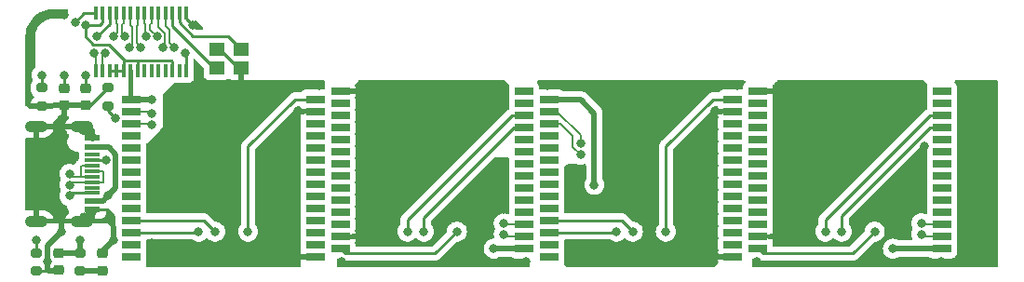
<source format=gbr>
G04 #@! TF.GenerationSoftware,KiCad,Pcbnew,(6.0.7)*
G04 #@! TF.CreationDate,2023-03-12T22:24:00+09:00*
G04 #@! TF.ProjectId,flowing_dongle,666c6f77-696e-4675-9f64-6f6e676c652e,rev?*
G04 #@! TF.SameCoordinates,Original*
G04 #@! TF.FileFunction,Copper,L1,Top*
G04 #@! TF.FilePolarity,Positive*
%FSLAX46Y46*%
G04 Gerber Fmt 4.6, Leading zero omitted, Abs format (unit mm)*
G04 Created by KiCad (PCBNEW (6.0.7)) date 2023-03-12 22:24:00*
%MOMM*%
%LPD*%
G01*
G04 APERTURE LIST*
G04 Aperture macros list*
%AMRoundRect*
0 Rectangle with rounded corners*
0 $1 Rounding radius*
0 $2 $3 $4 $5 $6 $7 $8 $9 X,Y pos of 4 corners*
0 Add a 4 corners polygon primitive as box body*
4,1,4,$2,$3,$4,$5,$6,$7,$8,$9,$2,$3,0*
0 Add four circle primitives for the rounded corners*
1,1,$1+$1,$2,$3*
1,1,$1+$1,$4,$5*
1,1,$1+$1,$6,$7*
1,1,$1+$1,$8,$9*
0 Add four rect primitives between the rounded corners*
20,1,$1+$1,$2,$3,$4,$5,0*
20,1,$1+$1,$4,$5,$6,$7,0*
20,1,$1+$1,$6,$7,$8,$9,0*
20,1,$1+$1,$8,$9,$2,$3,0*%
G04 Aperture macros list end*
G04 #@! TA.AperFunction,SMDPad,CuDef*
%ADD10RoundRect,0.225000X-0.250000X0.225000X-0.250000X-0.225000X0.250000X-0.225000X0.250000X0.225000X0*%
G04 #@! TD*
G04 #@! TA.AperFunction,SMDPad,CuDef*
%ADD11RoundRect,0.200000X-0.275000X0.200000X-0.275000X-0.200000X0.275000X-0.200000X0.275000X0.200000X0*%
G04 #@! TD*
G04 #@! TA.AperFunction,SMDPad,CuDef*
%ADD12RoundRect,0.200000X0.275000X-0.200000X0.275000X0.200000X-0.275000X0.200000X-0.275000X-0.200000X0*%
G04 #@! TD*
G04 #@! TA.AperFunction,SMDPad,CuDef*
%ADD13R,1.450000X0.600000*%
G04 #@! TD*
G04 #@! TA.AperFunction,SMDPad,CuDef*
%ADD14R,1.450000X0.300000*%
G04 #@! TD*
G04 #@! TA.AperFunction,ComponentPad*
%ADD15O,2.100000X1.050000*%
G04 #@! TD*
G04 #@! TA.AperFunction,SMDPad,CuDef*
%ADD16R,1.690000X0.770000*%
G04 #@! TD*
G04 #@! TA.AperFunction,SMDPad,CuDef*
%ADD17R,0.400000X1.200000*%
G04 #@! TD*
G04 #@! TA.AperFunction,SMDPad,CuDef*
%ADD18RoundRect,0.218750X-0.256250X0.218750X-0.256250X-0.218750X0.256250X-0.218750X0.256250X0.218750X0*%
G04 #@! TD*
G04 #@! TA.AperFunction,SMDPad,CuDef*
%ADD19R,1.400000X1.200000*%
G04 #@! TD*
G04 #@! TA.AperFunction,ViaPad*
%ADD20C,0.800000*%
G04 #@! TD*
G04 #@! TA.AperFunction,Conductor*
%ADD21C,0.500000*%
G04 #@! TD*
G04 #@! TA.AperFunction,Conductor*
%ADD22C,0.250000*%
G04 #@! TD*
G04 #@! TA.AperFunction,Conductor*
%ADD23C,0.400000*%
G04 #@! TD*
G04 #@! TA.AperFunction,Conductor*
%ADD24C,0.800000*%
G04 #@! TD*
G04 #@! TA.AperFunction,Conductor*
%ADD25C,0.200000*%
G04 #@! TD*
G04 APERTURE END LIST*
D10*
X99500000Y-85725000D03*
X99500000Y-87275000D03*
D11*
X101000000Y-100675000D03*
X101000000Y-102325000D03*
D12*
X103500000Y-87325000D03*
X103500000Y-85675000D03*
D13*
X102095000Y-90250000D03*
X102095000Y-91050000D03*
D14*
X102095000Y-92250000D03*
X102095000Y-93250000D03*
X102095000Y-93750000D03*
X102095000Y-94750000D03*
D13*
X102095000Y-96750000D03*
X102095000Y-95950000D03*
D14*
X102095000Y-95250000D03*
X102095000Y-94250000D03*
X102095000Y-92750000D03*
X102095000Y-91750000D03*
D15*
X101180000Y-89180000D03*
X101180000Y-97820000D03*
X97000000Y-89180000D03*
X97000000Y-97820000D03*
D10*
X99000000Y-100725000D03*
X99000000Y-102275000D03*
D16*
X160360000Y-101010000D03*
X160360000Y-99910000D03*
X160360000Y-98810000D03*
X160360000Y-97710000D03*
X160360000Y-96610000D03*
X160360000Y-95510000D03*
X160360000Y-94410000D03*
X160360000Y-93310000D03*
X160360000Y-92210000D03*
X160360000Y-91110000D03*
X160360000Y-90010000D03*
X160360000Y-88910000D03*
X160360000Y-87810000D03*
X160360000Y-86710000D03*
X143640000Y-86710000D03*
X143640000Y-87810000D03*
X143640000Y-88910000D03*
X143640000Y-90010000D03*
X143640000Y-91110000D03*
X143640000Y-92210000D03*
X143640000Y-93310000D03*
X143640000Y-94410000D03*
X143640000Y-95510000D03*
X143640000Y-96610000D03*
X143640000Y-97710000D03*
X143640000Y-98810000D03*
X143640000Y-99910000D03*
X143640000Y-101010000D03*
X162640000Y-85990000D03*
X162640000Y-87090000D03*
X162640000Y-88190000D03*
X162640000Y-89290000D03*
X162640000Y-90390000D03*
X162640000Y-91490000D03*
X162640000Y-92590000D03*
X162640000Y-93690000D03*
X162640000Y-94790000D03*
X162640000Y-95890000D03*
X162640000Y-96990000D03*
X162640000Y-98090000D03*
X162640000Y-99190000D03*
X162640000Y-100290000D03*
X179360000Y-100290000D03*
X179360000Y-99190000D03*
X179360000Y-98090000D03*
X179360000Y-96990000D03*
X179360000Y-95890000D03*
X179360000Y-94790000D03*
X179360000Y-93690000D03*
X179360000Y-92590000D03*
X179360000Y-91490000D03*
X179360000Y-90390000D03*
X179360000Y-89290000D03*
X179360000Y-88190000D03*
X179360000Y-87090000D03*
X179360000Y-85990000D03*
D17*
X110627500Y-78900000D03*
X109992500Y-78900000D03*
X109357500Y-78900000D03*
X108722500Y-78900000D03*
X108087500Y-78900000D03*
X107452500Y-78900000D03*
X106817500Y-78900000D03*
X106182500Y-78900000D03*
X105547500Y-78900000D03*
X104912500Y-78900000D03*
X104277500Y-78900000D03*
X103642500Y-78900000D03*
X103007500Y-78900000D03*
X102372500Y-78900000D03*
X102372500Y-84100000D03*
X103007500Y-84100000D03*
X103642500Y-84100000D03*
X104277500Y-84100000D03*
X104912500Y-84100000D03*
X105547500Y-84100000D03*
X106182500Y-84100000D03*
X106817500Y-84100000D03*
X107452500Y-84100000D03*
X108087500Y-84100000D03*
X108722500Y-84100000D03*
X109357500Y-84100000D03*
X109992500Y-84100000D03*
X110627500Y-84100000D03*
D16*
X124640000Y-85990000D03*
X124640000Y-87090000D03*
X124640000Y-88190000D03*
X124640000Y-89290000D03*
X124640000Y-90390000D03*
X124640000Y-91490000D03*
X124640000Y-92590000D03*
X124640000Y-93690000D03*
X124640000Y-94790000D03*
X124640000Y-95890000D03*
X124640000Y-96990000D03*
X124640000Y-98090000D03*
X124640000Y-99190000D03*
X124640000Y-100290000D03*
X141360000Y-100290000D03*
X141360000Y-99190000D03*
X141360000Y-98090000D03*
X141360000Y-96990000D03*
X141360000Y-95890000D03*
X141360000Y-94790000D03*
X141360000Y-93690000D03*
X141360000Y-92590000D03*
X141360000Y-91490000D03*
X141360000Y-90390000D03*
X141360000Y-89290000D03*
X141360000Y-88190000D03*
X141360000Y-87090000D03*
X141360000Y-85990000D03*
X122360000Y-101010000D03*
X122360000Y-99910000D03*
X122360000Y-98810000D03*
X122360000Y-97710000D03*
X122360000Y-96610000D03*
X122360000Y-95510000D03*
X122360000Y-94410000D03*
X122360000Y-93310000D03*
X122360000Y-92210000D03*
X122360000Y-91110000D03*
X122360000Y-90010000D03*
X122360000Y-88910000D03*
X122360000Y-87810000D03*
X122360000Y-86710000D03*
X105640000Y-86710000D03*
X105640000Y-87810000D03*
X105640000Y-88910000D03*
X105640000Y-90010000D03*
X105640000Y-91110000D03*
X105640000Y-92210000D03*
X105640000Y-93310000D03*
X105640000Y-94410000D03*
X105640000Y-95510000D03*
X105640000Y-96610000D03*
X105640000Y-97710000D03*
X105640000Y-98810000D03*
X105640000Y-99910000D03*
X105640000Y-101010000D03*
D18*
X103000000Y-100712500D03*
X103000000Y-102287500D03*
D12*
X97500000Y-87325000D03*
X97500000Y-85675000D03*
X97000000Y-102325000D03*
X97000000Y-100675000D03*
D19*
X115600000Y-82150000D03*
X113400000Y-82150000D03*
X113400000Y-83850000D03*
X115600000Y-83850000D03*
D10*
X101500000Y-85725000D03*
X101500000Y-87275000D03*
D20*
X174900000Y-100300000D03*
X101000000Y-99500000D03*
X103500000Y-95500000D03*
X147750000Y-94500000D03*
X107500000Y-86750000D03*
X138590000Y-100290000D03*
X126500000Y-96000000D03*
X184000000Y-93250000D03*
X174750000Y-99000000D03*
X98000000Y-101500000D03*
X160750000Y-85500000D03*
X104000000Y-99500000D03*
X97000000Y-90750000D03*
X97000000Y-96250000D03*
X184000000Y-85500000D03*
X99500000Y-79000000D03*
X158750000Y-87750000D03*
X99300000Y-88500000D03*
X100250000Y-92000000D03*
X158500000Y-101500000D03*
X164500000Y-99000000D03*
X177250000Y-94000000D03*
X145400000Y-93000000D03*
X111258549Y-79991451D03*
X171750000Y-98750000D03*
X179250000Y-101500000D03*
X117000000Y-85500000D03*
X173500000Y-90250000D03*
X139500000Y-85500000D03*
X152750000Y-98750000D03*
X129250000Y-99000000D03*
X120400000Y-99000000D03*
X136750000Y-99000000D03*
X109500000Y-91500000D03*
X177750000Y-91000000D03*
X107500000Y-99750000D03*
X107500000Y-96250000D03*
X149000000Y-91250000D03*
X139250000Y-92500000D03*
X167250000Y-99000000D03*
X111750000Y-84000000D03*
X122750000Y-85500000D03*
X145500000Y-96500000D03*
X120750000Y-87750000D03*
X162500000Y-101500000D03*
X139500000Y-96750000D03*
X145500000Y-101500000D03*
X115700000Y-87700000D03*
X124750000Y-101500000D03*
X143500000Y-85500000D03*
X114750000Y-98750000D03*
X141500000Y-101500000D03*
X164500000Y-85500000D03*
X126500000Y-85500000D03*
X133737701Y-98737701D03*
X181250000Y-85500000D03*
X177500000Y-85500000D03*
X96500000Y-83200000D03*
X99250000Y-98800000D03*
X184000000Y-101500000D03*
X156000000Y-99000000D03*
X99500000Y-84500000D03*
X101500000Y-80000000D03*
X101500000Y-84500000D03*
X102500000Y-81000000D03*
X110500000Y-82500000D03*
X100000000Y-94500000D03*
X103224003Y-82500000D03*
X103375500Y-92250000D03*
X104197640Y-88474376D03*
X97000000Y-99500000D03*
X100000000Y-95500000D03*
X100551789Y-79683930D03*
X97500000Y-84500000D03*
X107500000Y-89000000D03*
X104000000Y-81012299D03*
X107500000Y-88000000D03*
X105000000Y-81000000D03*
X139500000Y-98000000D03*
X105500000Y-82000000D03*
X106500000Y-82000000D03*
X139500000Y-99000000D03*
X107000000Y-81000000D03*
X146500000Y-91750000D03*
X108000000Y-81000000D03*
X146500000Y-90750000D03*
X108500000Y-82000000D03*
X177475000Y-98000000D03*
X177475000Y-99000000D03*
X109500000Y-82000000D03*
X116250000Y-98750000D03*
X113250000Y-98750000D03*
X111750000Y-98750000D03*
X135250000Y-98750000D03*
X132250000Y-98750000D03*
X130750000Y-98750000D03*
X154250000Y-98750000D03*
X151250000Y-98750000D03*
X149750000Y-98750000D03*
X173250000Y-98750000D03*
X170250000Y-98750000D03*
X168750000Y-98750000D03*
X100000000Y-93500000D03*
X102224500Y-82500000D03*
D21*
X107460000Y-86710000D02*
X105640000Y-86710000D01*
X104225000Y-94775000D02*
X103500000Y-95500000D01*
X174900000Y-100300000D02*
X174910000Y-100290000D01*
X102095000Y-91050000D02*
X103575305Y-91050000D01*
D22*
X100950000Y-100725000D02*
X101000000Y-100675000D01*
D21*
X101000000Y-99500000D02*
X101000000Y-100675000D01*
X147750000Y-94500000D02*
X147750000Y-88000000D01*
X103050000Y-95950000D02*
X102095000Y-95950000D01*
X103575305Y-91050000D02*
X104225000Y-91699695D01*
D23*
X105547500Y-84100000D02*
X105547500Y-86617500D01*
D21*
X174910000Y-100290000D02*
X179360000Y-100290000D01*
D22*
X105547500Y-86617500D02*
X105640000Y-86710000D01*
D21*
X99000000Y-100725000D02*
X100950000Y-100725000D01*
X107500000Y-86750000D02*
X107460000Y-86710000D01*
X141410000Y-100290000D02*
X138590000Y-100290000D01*
X104225000Y-91699695D02*
X104225000Y-94775000D01*
X146500000Y-86750000D02*
X143680000Y-86750000D01*
X147750000Y-88000000D02*
X146500000Y-86750000D01*
X103500000Y-95500000D02*
X103050000Y-95950000D01*
D22*
X101900000Y-87275000D02*
X103500000Y-85675000D01*
X162640000Y-99190000D02*
X162675000Y-99225000D01*
X124675000Y-99225000D02*
X124640000Y-99190000D01*
X110627500Y-78900000D02*
X110627500Y-79360402D01*
X98075000Y-102325000D02*
X98000000Y-102250000D01*
X104000000Y-97300000D02*
X103450000Y-96750000D01*
X122360000Y-87810000D02*
X120810000Y-87810000D01*
X113400000Y-82150000D02*
X113650000Y-82150000D01*
D21*
X98000000Y-100050000D02*
X99250000Y-98800000D01*
X98075000Y-102325000D02*
X98950000Y-102325000D01*
X104000000Y-99500000D02*
X104000000Y-98300000D01*
D22*
X113650000Y-82150000D02*
X115350000Y-83850000D01*
X98950000Y-102325000D02*
X99000000Y-102275000D01*
X103000000Y-100712500D02*
X103000000Y-100500000D01*
D21*
X103000000Y-100500000D02*
X104000000Y-99500000D01*
D22*
X104000000Y-98300000D02*
X104000000Y-97300000D01*
D24*
X102095000Y-96905000D02*
X101180000Y-97820000D01*
X102095000Y-90095000D02*
X101180000Y-89180000D01*
D22*
X158810000Y-87810000D02*
X160360000Y-87810000D01*
D21*
X98000000Y-101500000D02*
X98000000Y-100050000D01*
D22*
X104000000Y-98300000D02*
X103500000Y-97800000D01*
X115350000Y-83850000D02*
X115600000Y-83850000D01*
X110627500Y-79360402D02*
X111258549Y-79991451D01*
D21*
X98000000Y-102250000D02*
X98000000Y-101500000D01*
D22*
X97550000Y-87275000D02*
X97500000Y-87325000D01*
X101500000Y-87275000D02*
X97550000Y-87275000D01*
X158750000Y-87750000D02*
X158810000Y-87810000D01*
X101500000Y-87275000D02*
X101900000Y-87275000D01*
X102095000Y-96750000D02*
X103450000Y-96750000D01*
X120810000Y-87810000D02*
X120750000Y-87750000D01*
D21*
X99250000Y-98800000D02*
X99250000Y-97750000D01*
D22*
X97000000Y-102325000D02*
X98075000Y-102325000D01*
X103007500Y-79715000D02*
X103007500Y-78900000D01*
X106825000Y-83175000D02*
X106257500Y-83175000D01*
X109282500Y-83175000D02*
X106825000Y-83175000D01*
X104912500Y-84100000D02*
X103642500Y-84100000D01*
X106107500Y-83175000D02*
X105825000Y-83175000D01*
X101500000Y-80000000D02*
X102722500Y-80000000D01*
X106825000Y-83175000D02*
X105825000Y-83175000D01*
X105825000Y-83175000D02*
X105022500Y-83175000D01*
X104912500Y-83065000D02*
X104912500Y-84100000D01*
X109357500Y-83250000D02*
X109282500Y-83175000D01*
X105022500Y-83175000D02*
X103572500Y-81725000D01*
X105022500Y-83175000D02*
X104912500Y-83065000D01*
X102199695Y-81725000D02*
X101500000Y-81025305D01*
X103572500Y-81725000D02*
X102199695Y-81725000D01*
X106257500Y-83175000D02*
X106182500Y-83250000D01*
X101500000Y-81025305D02*
X101500000Y-80000000D01*
X109357500Y-84100000D02*
X109357500Y-83250000D01*
X102722500Y-80000000D02*
X103007500Y-79715000D01*
X99500000Y-84500000D02*
X99500000Y-85725000D01*
X106182500Y-83250000D02*
X106107500Y-83175000D01*
X106182500Y-84100000D02*
X106182500Y-83250000D01*
X101500000Y-84500000D02*
X101500000Y-85725000D01*
X110627500Y-82627500D02*
X110627500Y-84100000D01*
X102500000Y-81000000D02*
X103642500Y-79857500D01*
X110500000Y-82500000D02*
X110627500Y-82627500D01*
X103642500Y-79857500D02*
X103642500Y-78900000D01*
D25*
X103007500Y-82716503D02*
X103224003Y-82500000D01*
X102095000Y-94250000D02*
X100250000Y-94250000D01*
X103070000Y-94250000D02*
X102095000Y-94250000D01*
X102095000Y-93250000D02*
X103070000Y-93250000D01*
X103007500Y-84100000D02*
X103007500Y-82716503D01*
X103070000Y-93250000D02*
X103120000Y-93300000D01*
X103120000Y-93300000D02*
X103120000Y-94200000D01*
X100250000Y-94250000D02*
X100000000Y-94500000D01*
X103120000Y-94200000D02*
X103070000Y-94250000D01*
D22*
X103375500Y-92250000D02*
X102095000Y-92250000D01*
X104197640Y-88474376D02*
X103500000Y-87776736D01*
X103500000Y-87776736D02*
X103500000Y-87325000D01*
X100250000Y-95250000D02*
X100000000Y-95500000D01*
X102095000Y-95250000D02*
X100250000Y-95250000D01*
X97000000Y-99500000D02*
X97000000Y-100675000D01*
X100551789Y-79683930D02*
X101335719Y-78900000D01*
X97500000Y-84500000D02*
X97500000Y-85675000D01*
X101335719Y-78900000D02*
X102372500Y-78900000D01*
D25*
X107410000Y-88910000D02*
X107500000Y-89000000D01*
X105640000Y-88910000D02*
X107410000Y-88910000D01*
X104277500Y-79800001D02*
X104370000Y-79892501D01*
X104277500Y-78900000D02*
X104277500Y-79800001D01*
X104370000Y-79892501D02*
X104370000Y-80642299D01*
X104370000Y-80642299D02*
X104000000Y-81012299D01*
X107310000Y-87810000D02*
X107500000Y-88000000D01*
X104820000Y-80820000D02*
X105000000Y-81000000D01*
X105640000Y-87810000D02*
X107310000Y-87810000D01*
X104912500Y-79800001D02*
X104820000Y-79892501D01*
X104912500Y-78900000D02*
X104912500Y-79800001D01*
X104820000Y-79892501D02*
X104820000Y-80820000D01*
X105547500Y-78900000D02*
X105547500Y-79952500D01*
X105700000Y-81800000D02*
X105700000Y-80105000D01*
X105500000Y-82000000D02*
X105700000Y-81800000D01*
X139590000Y-98090000D02*
X139500000Y-98000000D01*
X141360000Y-98090000D02*
X139590000Y-98090000D01*
X105700000Y-80105000D02*
X105547500Y-79952500D01*
X106182500Y-80000000D02*
X106182500Y-78900000D01*
X141360000Y-99190000D02*
X139690000Y-99190000D01*
X106500000Y-82000000D02*
X106100000Y-81600000D01*
X106100000Y-81600000D02*
X106100000Y-80082500D01*
X139690000Y-99190000D02*
X139500000Y-99000000D01*
X106100000Y-80082500D02*
X106182500Y-80000000D01*
X145800000Y-90025000D02*
X145800000Y-91050000D01*
X106817500Y-79800001D02*
X106817500Y-78900000D01*
X143640000Y-88910000D02*
X144685000Y-88910000D01*
X144685000Y-88910000D02*
X145800000Y-90025000D01*
X145800000Y-91050000D02*
X146500000Y-91750000D01*
X106910000Y-79892501D02*
X106817500Y-79800001D01*
X107000000Y-81000000D02*
X106910000Y-80910000D01*
X106910000Y-80910000D02*
X106910000Y-79892501D01*
X107360000Y-80360000D02*
X108000000Y-81000000D01*
X107452500Y-79800001D02*
X107360000Y-79892501D01*
X143640000Y-87810000D02*
X144310000Y-87810000D01*
X107360000Y-79892501D02*
X107360000Y-80360000D01*
X107452500Y-78900000D02*
X107452500Y-79800001D01*
X144310000Y-87810000D02*
X146500000Y-90000000D01*
X146500000Y-90000000D02*
X146500000Y-90750000D01*
X108700000Y-80710050D02*
X108700000Y-81800000D01*
X108087500Y-80097550D02*
X108700000Y-80710050D01*
X108087500Y-78900000D02*
X108087500Y-80097550D01*
X179335000Y-98090000D02*
X177565000Y-98090000D01*
X177565000Y-98090000D02*
X177475000Y-98000000D01*
X108700000Y-81800000D02*
X108500000Y-82000000D01*
X179335000Y-99190000D02*
X177665000Y-99190000D01*
X109100000Y-80401041D02*
X108722500Y-80023541D01*
X177665000Y-99190000D02*
X177475000Y-99000000D01*
X109100000Y-81600000D02*
X109100000Y-80401041D01*
X109500000Y-82000000D02*
X109100000Y-81600000D01*
X108722500Y-80023541D02*
X108722500Y-78900000D01*
D22*
X116250000Y-91000000D02*
X116250000Y-98750000D01*
X122360000Y-86710000D02*
X120540000Y-86710000D01*
X120540000Y-86710000D02*
X116250000Y-91000000D01*
X105640000Y-97710000D02*
X112210000Y-97710000D01*
X112210000Y-97710000D02*
X113250000Y-98750000D01*
X111750000Y-98750000D02*
X111690000Y-98810000D01*
X111690000Y-98810000D02*
X105640000Y-98810000D01*
X135250000Y-98750000D02*
X133250000Y-100750000D01*
X125100000Y-100750000D02*
X124640000Y-100290000D01*
X133250000Y-100750000D02*
X125100000Y-100750000D01*
X132250000Y-97500000D02*
X140460000Y-89290000D01*
X140460000Y-89290000D02*
X141360000Y-89290000D01*
X132250000Y-98750000D02*
X132250000Y-97500000D01*
X130750000Y-98750000D02*
X130750000Y-97705000D01*
X140265000Y-88190000D02*
X141360000Y-88190000D01*
X130750000Y-97705000D02*
X140265000Y-88190000D01*
X154250000Y-91000000D02*
X158540000Y-86710000D01*
X154250000Y-98750000D02*
X154250000Y-91000000D01*
X158540000Y-86710000D02*
X160360000Y-86710000D01*
X150210000Y-97710000D02*
X143640000Y-97710000D01*
X151250000Y-98750000D02*
X150210000Y-97710000D01*
X149690000Y-98810000D02*
X143640000Y-98810000D01*
X149750000Y-98750000D02*
X149690000Y-98810000D01*
X173250000Y-98750000D02*
X171250000Y-100750000D01*
X171250000Y-100750000D02*
X163100000Y-100750000D01*
X163100000Y-100750000D02*
X162640000Y-100290000D01*
X170250000Y-97305000D02*
X178265000Y-89290000D01*
X170250000Y-98750000D02*
X170250000Y-97305000D01*
X178265000Y-89290000D02*
X179360000Y-89290000D01*
X168750000Y-97705000D02*
X178265000Y-88190000D01*
X178265000Y-88190000D02*
X179360000Y-88190000D01*
X168750000Y-98750000D02*
X168750000Y-97705000D01*
X101037500Y-102287500D02*
X101000000Y-102325000D01*
D21*
X103000000Y-102287500D02*
X101037500Y-102287500D01*
D22*
X109992500Y-78900000D02*
X109992500Y-79750000D01*
X109992500Y-79750000D02*
X111242500Y-81000000D01*
X111242500Y-81000000D02*
X114450000Y-81000000D01*
X114450000Y-81000000D02*
X115600000Y-82150000D01*
X109357500Y-80057500D02*
X109357500Y-78900000D01*
X113150000Y-83850000D02*
X109357500Y-80057500D01*
X113400000Y-83850000D02*
X113150000Y-83850000D01*
D25*
X101120000Y-93750000D02*
X101070000Y-93700000D01*
X102095000Y-93750000D02*
X100250000Y-93750000D01*
X101070000Y-93700000D02*
X101070000Y-92800000D01*
X100250000Y-93750000D02*
X100000000Y-93500000D01*
X102372500Y-82648000D02*
X102224500Y-82500000D01*
X101070000Y-92800000D02*
X101120000Y-92750000D01*
X101120000Y-92750000D02*
X102095000Y-92750000D01*
X102095000Y-93750000D02*
X101120000Y-93750000D01*
X102372500Y-84100000D02*
X102372500Y-82648000D01*
G04 #@! TA.AperFunction,Conductor*
G36*
X139615931Y-85020002D02*
G01*
X139636905Y-85036905D01*
X139979948Y-85379948D01*
X140013974Y-85442260D01*
X140013475Y-85494096D01*
X140013255Y-85494684D01*
X140006500Y-85556866D01*
X140006500Y-86423134D01*
X140006869Y-86426531D01*
X140011980Y-86473575D01*
X140013255Y-86485316D01*
X140016909Y-86495062D01*
X140017176Y-86495775D01*
X140017363Y-86498328D01*
X140017855Y-86500398D01*
X140017520Y-86500478D01*
X140022356Y-86566582D01*
X140017176Y-86584224D01*
X140013255Y-86594684D01*
X140006500Y-86656866D01*
X140006500Y-87523134D01*
X140006589Y-87523952D01*
X139990413Y-87592571D01*
X139954947Y-87632218D01*
X139921613Y-87656436D01*
X139911693Y-87662952D01*
X139880465Y-87681420D01*
X139880462Y-87681422D01*
X139873638Y-87685458D01*
X139859317Y-87699779D01*
X139844284Y-87712619D01*
X139827893Y-87724528D01*
X139822842Y-87730634D01*
X139799702Y-87758605D01*
X139791712Y-87767384D01*
X130357747Y-97201348D01*
X130349461Y-97208888D01*
X130342982Y-97213000D01*
X130337557Y-97218777D01*
X130296357Y-97262651D01*
X130293602Y-97265493D01*
X130273865Y-97285230D01*
X130271385Y-97288427D01*
X130263682Y-97297447D01*
X130233414Y-97329679D01*
X130229595Y-97336625D01*
X130229593Y-97336628D01*
X130223652Y-97347434D01*
X130212801Y-97363953D01*
X130200386Y-97379959D01*
X130197241Y-97387228D01*
X130197238Y-97387232D01*
X130182826Y-97420537D01*
X130177609Y-97431187D01*
X130156305Y-97469940D01*
X130154334Y-97477615D01*
X130154334Y-97477616D01*
X130151267Y-97489562D01*
X130144863Y-97508266D01*
X130136819Y-97526855D01*
X130135580Y-97534678D01*
X130135577Y-97534688D01*
X130129901Y-97570524D01*
X130127495Y-97582144D01*
X130116500Y-97624970D01*
X130116500Y-97645224D01*
X130114949Y-97664934D01*
X130111780Y-97684943D01*
X130112526Y-97692835D01*
X130115941Y-97728961D01*
X130116500Y-97740819D01*
X130116500Y-98047476D01*
X130096498Y-98115597D01*
X130084142Y-98131779D01*
X130010960Y-98213056D01*
X129915473Y-98378444D01*
X129856458Y-98560072D01*
X129855768Y-98566633D01*
X129855768Y-98566635D01*
X129852631Y-98596485D01*
X129836496Y-98750000D01*
X129837186Y-98756565D01*
X129854954Y-98925615D01*
X129856458Y-98939928D01*
X129915473Y-99121556D01*
X130010960Y-99286944D01*
X130015378Y-99291851D01*
X130015379Y-99291852D01*
X130131850Y-99421206D01*
X130138747Y-99428866D01*
X130184510Y-99462115D01*
X130277471Y-99529655D01*
X130293248Y-99541118D01*
X130299276Y-99543802D01*
X130299278Y-99543803D01*
X130461681Y-99616109D01*
X130467712Y-99618794D01*
X130561112Y-99638647D01*
X130648056Y-99657128D01*
X130648061Y-99657128D01*
X130654513Y-99658500D01*
X130845487Y-99658500D01*
X130851939Y-99657128D01*
X130851944Y-99657128D01*
X130938888Y-99638647D01*
X131032288Y-99618794D01*
X131038319Y-99616109D01*
X131200722Y-99543803D01*
X131200724Y-99543802D01*
X131206752Y-99541118D01*
X131222530Y-99529655D01*
X131315490Y-99462115D01*
X131361253Y-99428866D01*
X131369386Y-99419834D01*
X131406364Y-99378765D01*
X131466810Y-99341525D01*
X131537793Y-99342877D01*
X131593636Y-99378765D01*
X131630615Y-99419834D01*
X131638747Y-99428866D01*
X131684510Y-99462115D01*
X131777471Y-99529655D01*
X131793248Y-99541118D01*
X131799276Y-99543802D01*
X131799278Y-99543803D01*
X131961681Y-99616109D01*
X131967712Y-99618794D01*
X132061112Y-99638647D01*
X132148056Y-99657128D01*
X132148061Y-99657128D01*
X132154513Y-99658500D01*
X132345487Y-99658500D01*
X132351939Y-99657128D01*
X132351944Y-99657128D01*
X132438888Y-99638647D01*
X132532288Y-99618794D01*
X132538319Y-99616109D01*
X132700722Y-99543803D01*
X132700724Y-99543802D01*
X132706752Y-99541118D01*
X132722530Y-99529655D01*
X132815490Y-99462115D01*
X132861253Y-99428866D01*
X132868150Y-99421206D01*
X132984621Y-99291852D01*
X132984622Y-99291851D01*
X132989040Y-99286944D01*
X133084527Y-99121556D01*
X133143542Y-98939928D01*
X133145047Y-98925615D01*
X133162814Y-98756565D01*
X133163504Y-98750000D01*
X133147369Y-98596485D01*
X133144232Y-98566635D01*
X133144232Y-98566633D01*
X133143542Y-98560072D01*
X133084527Y-98378444D01*
X132989040Y-98213056D01*
X132915863Y-98131785D01*
X132885147Y-98067779D01*
X132883500Y-98047476D01*
X132883500Y-97814594D01*
X132903502Y-97746473D01*
X132920405Y-97725499D01*
X138608999Y-92036905D01*
X138671311Y-92002879D01*
X138698094Y-92000000D01*
X139883112Y-92000000D01*
X139951233Y-92020002D01*
X139997726Y-92073658D01*
X140008375Y-92139608D01*
X140006500Y-92156866D01*
X140006500Y-93023134D01*
X140013255Y-93085316D01*
X140017176Y-93095775D01*
X140017363Y-93098328D01*
X140017855Y-93100398D01*
X140017520Y-93100478D01*
X140022356Y-93166582D01*
X140017176Y-93184224D01*
X140013255Y-93194684D01*
X140006500Y-93256866D01*
X140006500Y-94123134D01*
X140013255Y-94185316D01*
X140017176Y-94195775D01*
X140017363Y-94198328D01*
X140017855Y-94200398D01*
X140017520Y-94200478D01*
X140022356Y-94266582D01*
X140017176Y-94284224D01*
X140013255Y-94294684D01*
X140006500Y-94356866D01*
X140006500Y-95223134D01*
X140013255Y-95285316D01*
X140016437Y-95293803D01*
X140017176Y-95295775D01*
X140017363Y-95298328D01*
X140017855Y-95300398D01*
X140017520Y-95300478D01*
X140022356Y-95366582D01*
X140017176Y-95384224D01*
X140013255Y-95394684D01*
X140006500Y-95456866D01*
X140006500Y-96323134D01*
X140013255Y-96385316D01*
X140017176Y-96395775D01*
X140017363Y-96398328D01*
X140017855Y-96400398D01*
X140017520Y-96400478D01*
X140022356Y-96466582D01*
X140017176Y-96484224D01*
X140013255Y-96494684D01*
X140012402Y-96502532D01*
X140012402Y-96502534D01*
X140008914Y-96534644D01*
X140006500Y-96556866D01*
X140006500Y-97037008D01*
X139986498Y-97105129D01*
X139932842Y-97151622D01*
X139862568Y-97161726D01*
X139829252Y-97152115D01*
X139788323Y-97133892D01*
X139788315Y-97133889D01*
X139782288Y-97131206D01*
X139688483Y-97111267D01*
X139601944Y-97092872D01*
X139601939Y-97092872D01*
X139595487Y-97091500D01*
X139404513Y-97091500D01*
X139398061Y-97092872D01*
X139398056Y-97092872D01*
X139311517Y-97111267D01*
X139217712Y-97131206D01*
X139211682Y-97133891D01*
X139211681Y-97133891D01*
X139049278Y-97206197D01*
X139049276Y-97206198D01*
X139043248Y-97208882D01*
X139037907Y-97212762D01*
X139037906Y-97212763D01*
X139008862Y-97233865D01*
X138888747Y-97321134D01*
X138884326Y-97326044D01*
X138884325Y-97326045D01*
X138799983Y-97419717D01*
X138760960Y-97463056D01*
X138728326Y-97519580D01*
X138670583Y-97619594D01*
X138665473Y-97628444D01*
X138606458Y-97810072D01*
X138605768Y-97816633D01*
X138605768Y-97816635D01*
X138598699Y-97883891D01*
X138586496Y-98000000D01*
X138587186Y-98006565D01*
X138598646Y-98115597D01*
X138606458Y-98189928D01*
X138665473Y-98371556D01*
X138668776Y-98377278D01*
X138668777Y-98377279D01*
X138703257Y-98437000D01*
X138719995Y-98505995D01*
X138703257Y-98563000D01*
X138686105Y-98592709D01*
X138665473Y-98628444D01*
X138606458Y-98810072D01*
X138605768Y-98816633D01*
X138605768Y-98816635D01*
X138588611Y-98979875D01*
X138586496Y-99000000D01*
X138606458Y-99189928D01*
X138615113Y-99216565D01*
X138617141Y-99287530D01*
X138580479Y-99348328D01*
X138516768Y-99379654D01*
X138507643Y-99380438D01*
X138507682Y-99380810D01*
X138501115Y-99381500D01*
X138494513Y-99381500D01*
X138488061Y-99382872D01*
X138488056Y-99382872D01*
X138401113Y-99401353D01*
X138307712Y-99421206D01*
X138301682Y-99423891D01*
X138301681Y-99423891D01*
X138139278Y-99496197D01*
X138139276Y-99496198D01*
X138133248Y-99498882D01*
X138127907Y-99502762D01*
X138127906Y-99502763D01*
X138111588Y-99514619D01*
X137978747Y-99611134D01*
X137974326Y-99616044D01*
X137974325Y-99616045D01*
X137862716Y-99740000D01*
X137850960Y-99753056D01*
X137755473Y-99918444D01*
X137696458Y-100100072D01*
X137676496Y-100290000D01*
X137677186Y-100296565D01*
X137694364Y-100460000D01*
X137696458Y-100479928D01*
X137755473Y-100661556D01*
X137758776Y-100667278D01*
X137758777Y-100667279D01*
X137764551Y-100677279D01*
X137850960Y-100826944D01*
X137855378Y-100831851D01*
X137855379Y-100831852D01*
X137936283Y-100921705D01*
X137978747Y-100968866D01*
X138021599Y-101000000D01*
X138127904Y-101077235D01*
X138133248Y-101081118D01*
X138139276Y-101083802D01*
X138139278Y-101083803D01*
X138301681Y-101156109D01*
X138307712Y-101158794D01*
X138401113Y-101178647D01*
X138488056Y-101197128D01*
X138488061Y-101197128D01*
X138494513Y-101198500D01*
X138685487Y-101198500D01*
X138691939Y-101197128D01*
X138691944Y-101197128D01*
X138778888Y-101178647D01*
X138872288Y-101158794D01*
X138878319Y-101156109D01*
X139040722Y-101083803D01*
X139040724Y-101083802D01*
X139046752Y-101081118D01*
X139052091Y-101077239D01*
X139052098Y-101077235D01*
X139058528Y-101072563D01*
X139132587Y-101048500D01*
X140123425Y-101048500D01*
X140191546Y-101068502D01*
X140198990Y-101073674D01*
X140222266Y-101091118D01*
X140268295Y-101125615D01*
X140404684Y-101176745D01*
X140466866Y-101183500D01*
X141774000Y-101183500D01*
X141842121Y-101203502D01*
X141888614Y-101257158D01*
X141900000Y-101309500D01*
X141900000Y-101874000D01*
X141879998Y-101942121D01*
X141826342Y-101988614D01*
X141774000Y-102000000D01*
X124426000Y-102000000D01*
X124357879Y-101979998D01*
X124311386Y-101926342D01*
X124300000Y-101874000D01*
X124300000Y-101309500D01*
X124320002Y-101241379D01*
X124373658Y-101194886D01*
X124426000Y-101183500D01*
X124585406Y-101183500D01*
X124653527Y-101203502D01*
X124674501Y-101220405D01*
X124680230Y-101226134D01*
X124683425Y-101228612D01*
X124692447Y-101236318D01*
X124724679Y-101266586D01*
X124731628Y-101270406D01*
X124742432Y-101276346D01*
X124758956Y-101287199D01*
X124774959Y-101299613D01*
X124815543Y-101317176D01*
X124826173Y-101322383D01*
X124864940Y-101343695D01*
X124872617Y-101345666D01*
X124872622Y-101345668D01*
X124884558Y-101348732D01*
X124903266Y-101355137D01*
X124921855Y-101363181D01*
X124929683Y-101364421D01*
X124929690Y-101364423D01*
X124965524Y-101370099D01*
X124977144Y-101372505D01*
X125008959Y-101380673D01*
X125019970Y-101383500D01*
X125040224Y-101383500D01*
X125059934Y-101385051D01*
X125079943Y-101388220D01*
X125087835Y-101387474D01*
X125106580Y-101385702D01*
X125123962Y-101384059D01*
X125135819Y-101383500D01*
X133171233Y-101383500D01*
X133182416Y-101384027D01*
X133189909Y-101385702D01*
X133197835Y-101385453D01*
X133197836Y-101385453D01*
X133257986Y-101383562D01*
X133261945Y-101383500D01*
X133289856Y-101383500D01*
X133293791Y-101383003D01*
X133293856Y-101382995D01*
X133305693Y-101382062D01*
X133337951Y-101381048D01*
X133341970Y-101380922D01*
X133349889Y-101380673D01*
X133369343Y-101375021D01*
X133388700Y-101371013D01*
X133400930Y-101369468D01*
X133400931Y-101369468D01*
X133408797Y-101368474D01*
X133416168Y-101365555D01*
X133416170Y-101365555D01*
X133449912Y-101352196D01*
X133461142Y-101348351D01*
X133495983Y-101338229D01*
X133495984Y-101338229D01*
X133503593Y-101336018D01*
X133510412Y-101331985D01*
X133510417Y-101331983D01*
X133521028Y-101325707D01*
X133538776Y-101317012D01*
X133557617Y-101309552D01*
X133577987Y-101294753D01*
X133593387Y-101283564D01*
X133603307Y-101277048D01*
X133634535Y-101258580D01*
X133634538Y-101258578D01*
X133641362Y-101254542D01*
X133655683Y-101240221D01*
X133670717Y-101227380D01*
X133672432Y-101226134D01*
X133687107Y-101215472D01*
X133715298Y-101181395D01*
X133723288Y-101172616D01*
X135200500Y-99695405D01*
X135262812Y-99661379D01*
X135289595Y-99658500D01*
X135345487Y-99658500D01*
X135351939Y-99657128D01*
X135351944Y-99657128D01*
X135438888Y-99638647D01*
X135532288Y-99618794D01*
X135538319Y-99616109D01*
X135700722Y-99543803D01*
X135700724Y-99543802D01*
X135706752Y-99541118D01*
X135722530Y-99529655D01*
X135815490Y-99462115D01*
X135861253Y-99428866D01*
X135868150Y-99421206D01*
X135984621Y-99291852D01*
X135984622Y-99291851D01*
X135989040Y-99286944D01*
X136084527Y-99121556D01*
X136143542Y-98939928D01*
X136145047Y-98925615D01*
X136162814Y-98756565D01*
X136163504Y-98750000D01*
X136147369Y-98596485D01*
X136144232Y-98566635D01*
X136144232Y-98566633D01*
X136143542Y-98560072D01*
X136084527Y-98378444D01*
X135989040Y-98213056D01*
X135968216Y-98189928D01*
X135865675Y-98076045D01*
X135865674Y-98076044D01*
X135861253Y-98071134D01*
X135754310Y-97993435D01*
X135712094Y-97962763D01*
X135712093Y-97962762D01*
X135706752Y-97958882D01*
X135700724Y-97956198D01*
X135700722Y-97956197D01*
X135538319Y-97883891D01*
X135538318Y-97883891D01*
X135532288Y-97881206D01*
X135438887Y-97861353D01*
X135351944Y-97842872D01*
X135351939Y-97842872D01*
X135345487Y-97841500D01*
X135154513Y-97841500D01*
X135148061Y-97842872D01*
X135148056Y-97842872D01*
X135061113Y-97861353D01*
X134967712Y-97881206D01*
X134961682Y-97883891D01*
X134961681Y-97883891D01*
X134799278Y-97956197D01*
X134799276Y-97956198D01*
X134793248Y-97958882D01*
X134787907Y-97962762D01*
X134787906Y-97962763D01*
X134745690Y-97993435D01*
X134638747Y-98071134D01*
X134634326Y-98076044D01*
X134634325Y-98076045D01*
X134531785Y-98189928D01*
X134510960Y-98213056D01*
X134415473Y-98378444D01*
X134356458Y-98560072D01*
X134355768Y-98566633D01*
X134355768Y-98566635D01*
X134352631Y-98596485D01*
X134343077Y-98687390D01*
X134339093Y-98725293D01*
X134312080Y-98790950D01*
X134302878Y-98801218D01*
X133024500Y-100079595D01*
X132962188Y-100113621D01*
X132935405Y-100116500D01*
X126119500Y-100116500D01*
X126051379Y-100096498D01*
X126004886Y-100042842D01*
X125993500Y-99990500D01*
X125993500Y-99856866D01*
X125986745Y-99794684D01*
X125982558Y-99783515D01*
X125982328Y-99780372D01*
X125982145Y-99779602D01*
X125982270Y-99779572D01*
X125977377Y-99712707D01*
X125982558Y-99695062D01*
X125983479Y-99692604D01*
X125987105Y-99677357D01*
X125992631Y-99626486D01*
X125993000Y-99619672D01*
X125993000Y-99462115D01*
X125988525Y-99446876D01*
X125987135Y-99445671D01*
X125979452Y-99444000D01*
X125726845Y-99444000D01*
X125682615Y-99435982D01*
X125650362Y-99423891D01*
X125595316Y-99403255D01*
X125533134Y-99396500D01*
X124512000Y-99396500D01*
X124443879Y-99376498D01*
X124397386Y-99322842D01*
X124386000Y-99270500D01*
X124386000Y-99109500D01*
X124406002Y-99041379D01*
X124459658Y-98994886D01*
X124512000Y-98983500D01*
X125533134Y-98983500D01*
X125595316Y-98976745D01*
X125682615Y-98944018D01*
X125726845Y-98936000D01*
X125974884Y-98936000D01*
X125990123Y-98931525D01*
X125991328Y-98930135D01*
X125992999Y-98922452D01*
X125992999Y-98760331D01*
X125992629Y-98753510D01*
X125987105Y-98702650D01*
X125983477Y-98687390D01*
X125982558Y-98684938D01*
X125982409Y-98682895D01*
X125981651Y-98679709D01*
X125982166Y-98679586D01*
X125977377Y-98614130D01*
X125982558Y-98596485D01*
X125983973Y-98592710D01*
X125983973Y-98592709D01*
X125986745Y-98585316D01*
X125988775Y-98566635D01*
X125993131Y-98526531D01*
X125993500Y-98523134D01*
X125993500Y-97656866D01*
X125991095Y-97634729D01*
X125987598Y-97602534D01*
X125987598Y-97602532D01*
X125986745Y-97594684D01*
X125982824Y-97584225D01*
X125982637Y-97581672D01*
X125982145Y-97579602D01*
X125982480Y-97579522D01*
X125977644Y-97513418D01*
X125982824Y-97495775D01*
X125983195Y-97494786D01*
X125986745Y-97485316D01*
X125988416Y-97469940D01*
X125993131Y-97426531D01*
X125993500Y-97423134D01*
X125993500Y-96556866D01*
X125991086Y-96534644D01*
X125987598Y-96502534D01*
X125987598Y-96502532D01*
X125986745Y-96494684D01*
X125982824Y-96484225D01*
X125982637Y-96481672D01*
X125982145Y-96479602D01*
X125982480Y-96479522D01*
X125977644Y-96413418D01*
X125982824Y-96395775D01*
X125986745Y-96385316D01*
X125993500Y-96323134D01*
X125993500Y-95456866D01*
X125986745Y-95394684D01*
X125982824Y-95384225D01*
X125982637Y-95381672D01*
X125982145Y-95379602D01*
X125982480Y-95379522D01*
X125977644Y-95313418D01*
X125982824Y-95295775D01*
X125983563Y-95293803D01*
X125986745Y-95285316D01*
X125993500Y-95223134D01*
X125993500Y-94356866D01*
X125986745Y-94294684D01*
X125982824Y-94284225D01*
X125982637Y-94281672D01*
X125982145Y-94279602D01*
X125982480Y-94279522D01*
X125977644Y-94213418D01*
X125982824Y-94195775D01*
X125986745Y-94185316D01*
X125993500Y-94123134D01*
X125993500Y-93256866D01*
X125986745Y-93194684D01*
X125982824Y-93184225D01*
X125982637Y-93181672D01*
X125982145Y-93179602D01*
X125982480Y-93179522D01*
X125977644Y-93113418D01*
X125982824Y-93095775D01*
X125986745Y-93085316D01*
X125993500Y-93023134D01*
X125993500Y-92156866D01*
X125989664Y-92121556D01*
X125987598Y-92102534D01*
X125987598Y-92102532D01*
X125986745Y-92094684D01*
X125982824Y-92084225D01*
X125982637Y-92081672D01*
X125982145Y-92079602D01*
X125982480Y-92079522D01*
X125977644Y-92013418D01*
X125982824Y-91995775D01*
X125986745Y-91985316D01*
X125991156Y-91944716D01*
X125993131Y-91926531D01*
X125993500Y-91923134D01*
X125993500Y-91056866D01*
X125990568Y-91029875D01*
X125987598Y-91002534D01*
X125987598Y-91002532D01*
X125986745Y-90994684D01*
X125982824Y-90984225D01*
X125982637Y-90981672D01*
X125982145Y-90979602D01*
X125982480Y-90979522D01*
X125977644Y-90913418D01*
X125982824Y-90895775D01*
X125986745Y-90885316D01*
X125993500Y-90823134D01*
X125993500Y-89956866D01*
X125990320Y-89927593D01*
X125987598Y-89902534D01*
X125987598Y-89902532D01*
X125986745Y-89894684D01*
X125982824Y-89884225D01*
X125982637Y-89881672D01*
X125982145Y-89879602D01*
X125982480Y-89879522D01*
X125977644Y-89813418D01*
X125982824Y-89795775D01*
X125986745Y-89785316D01*
X125993500Y-89723134D01*
X125993500Y-88856866D01*
X125986745Y-88794684D01*
X125982824Y-88784225D01*
X125982637Y-88781672D01*
X125982145Y-88779602D01*
X125982480Y-88779522D01*
X125977644Y-88713418D01*
X125982824Y-88695775D01*
X125986745Y-88685316D01*
X125993500Y-88623134D01*
X125993500Y-87756866D01*
X125989481Y-87719869D01*
X125987598Y-87702534D01*
X125987598Y-87702532D01*
X125986745Y-87694684D01*
X125982824Y-87684225D01*
X125982637Y-87681672D01*
X125982145Y-87679602D01*
X125982480Y-87679522D01*
X125977644Y-87613418D01*
X125982824Y-87595775D01*
X125983750Y-87593305D01*
X125986745Y-87585316D01*
X125993500Y-87523134D01*
X125993500Y-86656866D01*
X125986745Y-86594684D01*
X125982558Y-86583515D01*
X125982328Y-86580372D01*
X125982145Y-86579602D01*
X125982270Y-86579572D01*
X125977377Y-86512707D01*
X125982558Y-86495062D01*
X125983479Y-86492604D01*
X125987105Y-86477357D01*
X125992631Y-86426486D01*
X125993000Y-86419672D01*
X125993000Y-86262115D01*
X125988525Y-86246876D01*
X125987135Y-86245671D01*
X125979452Y-86244000D01*
X125726845Y-86244000D01*
X125682615Y-86235982D01*
X125675199Y-86233202D01*
X125595316Y-86203255D01*
X125533134Y-86196500D01*
X124512000Y-86196500D01*
X124443879Y-86176498D01*
X124397386Y-86122842D01*
X124386000Y-86070500D01*
X124386000Y-85862000D01*
X124406002Y-85793879D01*
X124459658Y-85747386D01*
X124512000Y-85736000D01*
X125974884Y-85736000D01*
X125990123Y-85731525D01*
X125991328Y-85730135D01*
X125992999Y-85722452D01*
X125992999Y-85560331D01*
X125992629Y-85553510D01*
X125987105Y-85502648D01*
X125983478Y-85487393D01*
X125965364Y-85439073D01*
X125960181Y-85368266D01*
X125994251Y-85305749D01*
X126263095Y-85036905D01*
X126325407Y-85002879D01*
X126352190Y-85000000D01*
X139547810Y-85000000D01*
X139615931Y-85020002D01*
G37*
G04 #@! TD.AperFunction*
G04 #@! TA.AperFunction,Conductor*
G36*
X161445027Y-85020002D02*
G01*
X161491520Y-85073658D01*
X161501624Y-85143932D01*
X161472130Y-85208512D01*
X161452470Y-85226827D01*
X161439275Y-85236716D01*
X161426715Y-85249276D01*
X161350214Y-85351351D01*
X161341676Y-85366946D01*
X161296522Y-85487394D01*
X161292895Y-85502649D01*
X161287369Y-85553514D01*
X161287000Y-85560328D01*
X161287000Y-85690500D01*
X161266998Y-85758621D01*
X161213342Y-85805114D01*
X161161000Y-85816500D01*
X159466866Y-85816500D01*
X159404684Y-85823255D01*
X159268295Y-85874385D01*
X159151739Y-85961739D01*
X159146357Y-85968920D01*
X159103529Y-86026065D01*
X159046669Y-86068580D01*
X159002703Y-86076500D01*
X158618767Y-86076500D01*
X158607584Y-86075973D01*
X158600091Y-86074298D01*
X158592165Y-86074547D01*
X158592164Y-86074547D01*
X158532014Y-86076438D01*
X158528055Y-86076500D01*
X158500144Y-86076500D01*
X158496210Y-86076997D01*
X158496209Y-86076997D01*
X158496144Y-86077005D01*
X158484307Y-86077938D01*
X158452490Y-86078938D01*
X158448029Y-86079078D01*
X158440110Y-86079327D01*
X158422454Y-86084456D01*
X158420658Y-86084978D01*
X158401306Y-86088986D01*
X158394235Y-86089880D01*
X158381203Y-86091526D01*
X158373834Y-86094443D01*
X158373832Y-86094444D01*
X158340097Y-86107800D01*
X158328869Y-86111645D01*
X158286407Y-86123982D01*
X158279585Y-86128016D01*
X158279579Y-86128019D01*
X158268968Y-86134294D01*
X158251218Y-86142990D01*
X158239756Y-86147528D01*
X158239751Y-86147531D01*
X158232383Y-86150448D01*
X158225968Y-86155109D01*
X158196625Y-86176427D01*
X158186707Y-86182943D01*
X158171975Y-86191656D01*
X158148637Y-86205458D01*
X158134313Y-86219782D01*
X158119281Y-86232621D01*
X158102893Y-86244528D01*
X158086203Y-86264703D01*
X158074712Y-86278593D01*
X158066722Y-86287373D01*
X153857747Y-90496348D01*
X153849461Y-90503888D01*
X153842982Y-90508000D01*
X153837557Y-90513777D01*
X153796357Y-90557651D01*
X153793602Y-90560493D01*
X153773865Y-90580230D01*
X153771385Y-90583427D01*
X153763682Y-90592447D01*
X153733414Y-90624679D01*
X153729595Y-90631625D01*
X153729593Y-90631628D01*
X153723652Y-90642434D01*
X153712801Y-90658953D01*
X153700386Y-90674959D01*
X153697241Y-90682228D01*
X153697238Y-90682232D01*
X153682826Y-90715537D01*
X153677609Y-90726187D01*
X153656305Y-90764940D01*
X153654334Y-90772615D01*
X153654334Y-90772616D01*
X153651267Y-90784562D01*
X153644863Y-90803266D01*
X153636819Y-90821855D01*
X153635580Y-90829678D01*
X153635577Y-90829688D01*
X153629901Y-90865524D01*
X153627495Y-90877144D01*
X153618472Y-90912289D01*
X153616500Y-90919970D01*
X153616500Y-90940224D01*
X153614949Y-90959934D01*
X153611780Y-90979943D01*
X153613916Y-91002534D01*
X153615941Y-91023961D01*
X153616500Y-91035819D01*
X153616500Y-98047476D01*
X153596498Y-98115597D01*
X153584142Y-98131779D01*
X153510960Y-98213056D01*
X153415473Y-98378444D01*
X153356458Y-98560072D01*
X153355768Y-98566633D01*
X153355768Y-98566635D01*
X153352631Y-98596485D01*
X153336496Y-98750000D01*
X153337186Y-98756565D01*
X153354954Y-98925615D01*
X153356458Y-98939928D01*
X153415473Y-99121556D01*
X153510960Y-99286944D01*
X153515378Y-99291851D01*
X153515379Y-99291852D01*
X153631850Y-99421206D01*
X153638747Y-99428866D01*
X153684510Y-99462115D01*
X153777471Y-99529655D01*
X153793248Y-99541118D01*
X153799276Y-99543802D01*
X153799278Y-99543803D01*
X153961681Y-99616109D01*
X153967712Y-99618794D01*
X154061112Y-99638647D01*
X154148056Y-99657128D01*
X154148061Y-99657128D01*
X154154513Y-99658500D01*
X154345487Y-99658500D01*
X154351939Y-99657128D01*
X154351944Y-99657128D01*
X154438888Y-99638647D01*
X154532288Y-99618794D01*
X154538319Y-99616109D01*
X154700722Y-99543803D01*
X154700724Y-99543802D01*
X154706752Y-99541118D01*
X154722530Y-99529655D01*
X154815490Y-99462115D01*
X154861253Y-99428866D01*
X154868150Y-99421206D01*
X154984621Y-99291852D01*
X154984622Y-99291851D01*
X154989040Y-99286944D01*
X155084527Y-99121556D01*
X155143542Y-98939928D01*
X155145047Y-98925615D01*
X155162814Y-98756565D01*
X155163504Y-98750000D01*
X155147369Y-98596485D01*
X155144232Y-98566635D01*
X155144232Y-98566633D01*
X155143542Y-98560072D01*
X155084527Y-98378444D01*
X154989040Y-98213056D01*
X154915863Y-98131785D01*
X154885147Y-98067779D01*
X154883500Y-98047476D01*
X154883500Y-91314594D01*
X154903502Y-91246473D01*
X154920405Y-91225499D01*
X158765499Y-87380405D01*
X158827811Y-87346379D01*
X158854594Y-87343500D01*
X158881000Y-87343500D01*
X158949121Y-87363502D01*
X158995614Y-87417158D01*
X159007000Y-87469500D01*
X159007000Y-87537885D01*
X159011475Y-87553124D01*
X159012865Y-87554329D01*
X159020548Y-87556000D01*
X159273155Y-87556000D01*
X159317385Y-87564018D01*
X159404684Y-87596745D01*
X159466866Y-87603500D01*
X160488000Y-87603500D01*
X160556121Y-87623502D01*
X160602614Y-87677158D01*
X160614000Y-87729500D01*
X160614000Y-87890500D01*
X160593998Y-87958621D01*
X160540342Y-88005114D01*
X160488000Y-88016500D01*
X159466866Y-88016500D01*
X159404684Y-88023255D01*
X159376329Y-88033885D01*
X159317385Y-88055982D01*
X159273155Y-88064000D01*
X159025116Y-88064000D01*
X159009877Y-88068475D01*
X159008672Y-88069865D01*
X159007001Y-88077548D01*
X159007001Y-88239669D01*
X159007371Y-88246490D01*
X159012895Y-88297350D01*
X159016523Y-88312610D01*
X159017442Y-88315062D01*
X159017591Y-88317105D01*
X159018349Y-88320291D01*
X159017834Y-88320414D01*
X159022623Y-88385870D01*
X159017442Y-88403515D01*
X159013255Y-88414684D01*
X159012402Y-88422532D01*
X159012402Y-88422534D01*
X159006869Y-88473469D01*
X159006500Y-88476866D01*
X159006500Y-89343134D01*
X159006869Y-89346531D01*
X159012122Y-89394882D01*
X159013255Y-89405316D01*
X159017176Y-89415775D01*
X159017363Y-89418328D01*
X159017855Y-89420398D01*
X159017520Y-89420478D01*
X159022356Y-89486582D01*
X159017176Y-89504224D01*
X159013255Y-89514684D01*
X159006500Y-89576866D01*
X159006500Y-90443134D01*
X159013255Y-90505316D01*
X159016427Y-90513777D01*
X159017176Y-90515775D01*
X159017363Y-90518328D01*
X159017855Y-90520398D01*
X159017520Y-90520478D01*
X159022356Y-90586582D01*
X159017176Y-90604224D01*
X159013255Y-90614684D01*
X159006500Y-90676866D01*
X159006500Y-91543134D01*
X159013255Y-91605316D01*
X159017176Y-91615775D01*
X159017363Y-91618328D01*
X159017855Y-91620398D01*
X159017520Y-91620478D01*
X159022356Y-91686582D01*
X159017176Y-91704224D01*
X159013255Y-91714684D01*
X159012402Y-91722532D01*
X159012402Y-91722534D01*
X159008705Y-91756565D01*
X159006500Y-91776866D01*
X159006500Y-92643134D01*
X159013255Y-92705316D01*
X159016047Y-92712763D01*
X159017176Y-92715775D01*
X159017363Y-92718328D01*
X159017855Y-92720398D01*
X159017520Y-92720478D01*
X159022356Y-92786582D01*
X159017176Y-92804224D01*
X159013255Y-92814684D01*
X159006500Y-92876866D01*
X159006500Y-93743134D01*
X159013255Y-93805316D01*
X159017176Y-93815775D01*
X159017363Y-93818328D01*
X159017855Y-93820398D01*
X159017520Y-93820478D01*
X159022356Y-93886582D01*
X159017176Y-93904224D01*
X159013255Y-93914684D01*
X159006500Y-93976866D01*
X159006500Y-94843134D01*
X159006869Y-94846531D01*
X159009588Y-94871556D01*
X159013255Y-94905316D01*
X159017176Y-94915775D01*
X159017363Y-94918328D01*
X159017855Y-94920398D01*
X159017520Y-94920478D01*
X159022356Y-94986582D01*
X159017176Y-95004224D01*
X159013255Y-95014684D01*
X159006500Y-95076866D01*
X159006500Y-95943134D01*
X159013255Y-96005316D01*
X159017176Y-96015775D01*
X159017363Y-96018328D01*
X159017855Y-96020398D01*
X159017520Y-96020478D01*
X159022356Y-96086582D01*
X159017176Y-96104224D01*
X159013255Y-96114684D01*
X159006500Y-96176866D01*
X159006500Y-97043134D01*
X159006869Y-97046531D01*
X159012099Y-97094672D01*
X159013255Y-97105316D01*
X159016636Y-97114334D01*
X159017176Y-97115775D01*
X159017363Y-97118328D01*
X159017855Y-97120398D01*
X159017520Y-97120478D01*
X159022356Y-97186582D01*
X159017176Y-97204224D01*
X159013255Y-97214684D01*
X159012402Y-97222532D01*
X159012402Y-97222534D01*
X159011220Y-97233417D01*
X159006500Y-97276866D01*
X159006500Y-98143134D01*
X159013255Y-98205316D01*
X159016157Y-98213056D01*
X159017176Y-98215775D01*
X159017363Y-98218328D01*
X159017855Y-98220398D01*
X159017520Y-98220478D01*
X159022356Y-98286582D01*
X159017176Y-98304224D01*
X159013255Y-98314684D01*
X159006500Y-98376866D01*
X159006500Y-99243134D01*
X159013255Y-99305316D01*
X159017176Y-99315775D01*
X159017363Y-99318328D01*
X159017855Y-99320398D01*
X159017520Y-99320478D01*
X159022356Y-99386582D01*
X159017176Y-99404224D01*
X159013255Y-99414684D01*
X159012402Y-99422532D01*
X159012402Y-99422534D01*
X159006869Y-99473469D01*
X159006500Y-99476866D01*
X159006500Y-100343134D01*
X159013255Y-100405316D01*
X159016027Y-100412709D01*
X159016027Y-100412710D01*
X159017442Y-100416485D01*
X159017672Y-100419628D01*
X159017855Y-100420398D01*
X159017730Y-100420428D01*
X159022623Y-100487293D01*
X159017442Y-100504938D01*
X159016521Y-100507396D01*
X159012895Y-100522643D01*
X159007369Y-100573514D01*
X159007000Y-100580328D01*
X159007000Y-100737885D01*
X159011475Y-100753124D01*
X159012865Y-100754329D01*
X159020548Y-100756000D01*
X159273155Y-100756000D01*
X159317385Y-100764018D01*
X159404684Y-100796745D01*
X159466866Y-100803500D01*
X160488000Y-100803500D01*
X160556121Y-100823502D01*
X160602614Y-100877158D01*
X160614000Y-100929500D01*
X160614000Y-101138000D01*
X160593998Y-101206121D01*
X160540342Y-101252614D01*
X160488000Y-101264000D01*
X159025116Y-101264000D01*
X159009877Y-101268475D01*
X159008672Y-101269865D01*
X159007001Y-101277548D01*
X159007001Y-101439669D01*
X159007371Y-101446490D01*
X159012895Y-101497350D01*
X159013855Y-101501389D01*
X159013686Y-101504633D01*
X159013748Y-101505207D01*
X159013655Y-101505217D01*
X159010154Y-101572289D01*
X158980368Y-101619632D01*
X158636905Y-101963095D01*
X158574593Y-101997121D01*
X158547810Y-102000000D01*
X145352190Y-102000000D01*
X145284069Y-101979998D01*
X145263095Y-101963095D01*
X144994639Y-101694639D01*
X144960613Y-101632327D01*
X144965752Y-101561315D01*
X144983973Y-101512711D01*
X144983973Y-101512709D01*
X144986745Y-101505316D01*
X144987611Y-101497350D01*
X144993131Y-101446531D01*
X144993500Y-101443134D01*
X144993500Y-100576866D01*
X144993131Y-100573469D01*
X144987598Y-100522534D01*
X144987598Y-100522532D01*
X144986745Y-100514684D01*
X144982824Y-100504225D01*
X144982637Y-100501672D01*
X144982145Y-100499602D01*
X144982480Y-100499522D01*
X144977644Y-100433418D01*
X144982824Y-100415775D01*
X144983973Y-100412710D01*
X144986745Y-100405316D01*
X144993500Y-100343134D01*
X144993500Y-99569500D01*
X145013502Y-99501379D01*
X145067158Y-99454886D01*
X145119500Y-99443500D01*
X149117949Y-99443500D01*
X149186070Y-99463502D01*
X149192010Y-99467564D01*
X149277471Y-99529655D01*
X149293248Y-99541118D01*
X149299276Y-99543802D01*
X149299278Y-99543803D01*
X149461681Y-99616109D01*
X149467712Y-99618794D01*
X149561112Y-99638647D01*
X149648056Y-99657128D01*
X149648061Y-99657128D01*
X149654513Y-99658500D01*
X149845487Y-99658500D01*
X149851939Y-99657128D01*
X149851944Y-99657128D01*
X149938888Y-99638647D01*
X150032288Y-99618794D01*
X150038319Y-99616109D01*
X150200722Y-99543803D01*
X150200724Y-99543802D01*
X150206752Y-99541118D01*
X150222530Y-99529655D01*
X150315490Y-99462115D01*
X150361253Y-99428866D01*
X150369386Y-99419834D01*
X150406364Y-99378765D01*
X150466810Y-99341525D01*
X150537793Y-99342877D01*
X150593636Y-99378765D01*
X150630615Y-99419834D01*
X150638747Y-99428866D01*
X150684510Y-99462115D01*
X150777471Y-99529655D01*
X150793248Y-99541118D01*
X150799276Y-99543802D01*
X150799278Y-99543803D01*
X150961681Y-99616109D01*
X150967712Y-99618794D01*
X151061112Y-99638647D01*
X151148056Y-99657128D01*
X151148061Y-99657128D01*
X151154513Y-99658500D01*
X151345487Y-99658500D01*
X151351939Y-99657128D01*
X151351944Y-99657128D01*
X151438888Y-99638647D01*
X151532288Y-99618794D01*
X151538319Y-99616109D01*
X151700722Y-99543803D01*
X151700724Y-99543802D01*
X151706752Y-99541118D01*
X151722530Y-99529655D01*
X151815490Y-99462115D01*
X151861253Y-99428866D01*
X151868150Y-99421206D01*
X151984621Y-99291852D01*
X151984622Y-99291851D01*
X151989040Y-99286944D01*
X152084527Y-99121556D01*
X152143542Y-98939928D01*
X152145047Y-98925615D01*
X152162814Y-98756565D01*
X152163504Y-98750000D01*
X152147369Y-98596485D01*
X152144232Y-98566635D01*
X152144232Y-98566633D01*
X152143542Y-98560072D01*
X152084527Y-98378444D01*
X151989040Y-98213056D01*
X151968216Y-98189928D01*
X151865675Y-98076045D01*
X151865674Y-98076044D01*
X151861253Y-98071134D01*
X151754310Y-97993435D01*
X151712094Y-97962763D01*
X151712093Y-97962762D01*
X151706752Y-97958882D01*
X151700724Y-97956198D01*
X151700722Y-97956197D01*
X151538319Y-97883891D01*
X151538318Y-97883891D01*
X151532288Y-97881206D01*
X151438887Y-97861353D01*
X151351944Y-97842872D01*
X151351939Y-97842872D01*
X151345487Y-97841500D01*
X151289595Y-97841500D01*
X151221474Y-97821498D01*
X151200499Y-97804595D01*
X150972294Y-97576389D01*
X150713647Y-97317742D01*
X150706113Y-97309463D01*
X150702000Y-97302982D01*
X150652348Y-97256356D01*
X150649507Y-97253602D01*
X150629770Y-97233865D01*
X150626573Y-97231385D01*
X150617551Y-97223680D01*
X150600310Y-97207490D01*
X150585321Y-97193414D01*
X150578375Y-97189595D01*
X150578372Y-97189593D01*
X150567566Y-97183652D01*
X150551047Y-97172801D01*
X150544349Y-97167606D01*
X150535041Y-97160386D01*
X150527772Y-97157241D01*
X150527768Y-97157238D01*
X150494463Y-97142826D01*
X150483813Y-97137609D01*
X150445060Y-97116305D01*
X150425437Y-97111267D01*
X150406734Y-97104863D01*
X150395420Y-97099967D01*
X150395419Y-97099967D01*
X150388145Y-97096819D01*
X150380322Y-97095580D01*
X150380312Y-97095577D01*
X150344476Y-97089901D01*
X150332856Y-97087495D01*
X150297711Y-97078472D01*
X150297710Y-97078472D01*
X150290030Y-97076500D01*
X150269776Y-97076500D01*
X150250065Y-97074949D01*
X150237886Y-97073020D01*
X150230057Y-97071780D01*
X150222165Y-97072526D01*
X150186039Y-97075941D01*
X150174181Y-97076500D01*
X145119500Y-97076500D01*
X145051379Y-97056498D01*
X145004886Y-97002842D01*
X144993500Y-96950500D01*
X144993500Y-96176866D01*
X144986745Y-96114684D01*
X144982824Y-96104225D01*
X144982637Y-96101672D01*
X144982145Y-96099602D01*
X144982480Y-96099522D01*
X144977644Y-96033418D01*
X144982824Y-96015775D01*
X144986745Y-96005316D01*
X144993500Y-95943134D01*
X144993500Y-95076866D01*
X144986745Y-95014684D01*
X144982824Y-95004225D01*
X144982637Y-95001672D01*
X144982145Y-94999602D01*
X144982480Y-94999522D01*
X144977644Y-94933418D01*
X144982824Y-94915775D01*
X144986745Y-94905316D01*
X144990413Y-94871556D01*
X144993131Y-94846531D01*
X144993500Y-94843134D01*
X144993500Y-93976866D01*
X144986745Y-93914684D01*
X144982824Y-93904225D01*
X144982637Y-93901672D01*
X144982145Y-93899602D01*
X144982480Y-93899522D01*
X144977644Y-93833418D01*
X144982824Y-93815775D01*
X144986745Y-93805316D01*
X144993500Y-93743134D01*
X144993500Y-92958690D01*
X145013502Y-92890569D01*
X145030405Y-92869595D01*
X145263095Y-92636905D01*
X145325407Y-92602879D01*
X145352190Y-92600000D01*
X146148717Y-92600000D01*
X146199966Y-92610893D01*
X146217712Y-92618794D01*
X146302917Y-92636905D01*
X146398056Y-92657128D01*
X146398061Y-92657128D01*
X146404513Y-92658500D01*
X146595487Y-92658500D01*
X146601939Y-92657128D01*
X146601944Y-92657128D01*
X146697083Y-92636905D01*
X146782288Y-92618794D01*
X146814252Y-92604563D01*
X146884618Y-92595129D01*
X146948915Y-92625235D01*
X146986728Y-92685324D01*
X146991500Y-92719670D01*
X146991500Y-93963001D01*
X146974619Y-94026001D01*
X146920512Y-94119717D01*
X146915473Y-94128444D01*
X146856458Y-94310072D01*
X146836496Y-94500000D01*
X146856458Y-94689928D01*
X146915473Y-94871556D01*
X147010960Y-95036944D01*
X147015378Y-95041851D01*
X147015379Y-95041852D01*
X147088194Y-95122721D01*
X147138747Y-95178866D01*
X147293248Y-95291118D01*
X147299276Y-95293802D01*
X147299278Y-95293803D01*
X147350560Y-95316635D01*
X147467712Y-95368794D01*
X147540309Y-95384225D01*
X147648056Y-95407128D01*
X147648061Y-95407128D01*
X147654513Y-95408500D01*
X147845487Y-95408500D01*
X147851939Y-95407128D01*
X147851944Y-95407128D01*
X147959691Y-95384225D01*
X148032288Y-95368794D01*
X148149440Y-95316635D01*
X148200722Y-95293803D01*
X148200724Y-95293802D01*
X148206752Y-95291118D01*
X148361253Y-95178866D01*
X148411806Y-95122721D01*
X148484621Y-95041852D01*
X148484622Y-95041851D01*
X148489040Y-95036944D01*
X148584527Y-94871556D01*
X148643542Y-94689928D01*
X148663504Y-94500000D01*
X148643542Y-94310072D01*
X148584527Y-94128444D01*
X148579489Y-94119717D01*
X148525381Y-94026001D01*
X148508500Y-93963001D01*
X148508500Y-88067070D01*
X148509933Y-88048120D01*
X148512099Y-88033885D01*
X148512099Y-88033881D01*
X148513199Y-88026651D01*
X148512404Y-88016869D01*
X148508915Y-87973982D01*
X148508500Y-87963767D01*
X148508500Y-87955707D01*
X148505209Y-87927480D01*
X148504778Y-87923121D01*
X148498860Y-87850364D01*
X148496605Y-87843403D01*
X148495418Y-87837463D01*
X148494029Y-87831588D01*
X148493182Y-87824319D01*
X148468264Y-87755670D01*
X148466847Y-87751542D01*
X148446607Y-87689064D01*
X148446606Y-87689062D01*
X148444351Y-87682101D01*
X148440555Y-87675846D01*
X148438049Y-87670372D01*
X148435330Y-87664942D01*
X148432833Y-87658063D01*
X148392814Y-87597024D01*
X148390467Y-87593305D01*
X148352595Y-87530893D01*
X148345197Y-87522516D01*
X148345224Y-87522492D01*
X148342571Y-87519500D01*
X148339868Y-87516267D01*
X148335856Y-87510148D01*
X148279617Y-87456872D01*
X148277175Y-87454494D01*
X147083770Y-86261089D01*
X147071384Y-86246677D01*
X147062851Y-86235082D01*
X147062846Y-86235077D01*
X147058508Y-86229182D01*
X147052930Y-86224443D01*
X147052927Y-86224440D01*
X147018232Y-86194965D01*
X147010716Y-86188035D01*
X147005021Y-86182340D01*
X146987779Y-86168699D01*
X146982749Y-86164719D01*
X146979345Y-86161928D01*
X146929297Y-86119409D01*
X146929295Y-86119408D01*
X146923715Y-86114667D01*
X146917199Y-86111339D01*
X146912150Y-86107972D01*
X146907021Y-86104805D01*
X146901284Y-86100266D01*
X146835125Y-86069345D01*
X146831225Y-86067439D01*
X146766192Y-86034231D01*
X146759084Y-86032492D01*
X146753441Y-86030393D01*
X146747678Y-86028476D01*
X146741050Y-86025378D01*
X146669583Y-86010513D01*
X146665299Y-86009543D01*
X146594390Y-85992192D01*
X146588788Y-85991844D01*
X146588785Y-85991844D01*
X146583236Y-85991500D01*
X146583238Y-85991464D01*
X146579245Y-85991225D01*
X146575053Y-85990851D01*
X146567885Y-85989360D01*
X146501675Y-85991151D01*
X146490479Y-85991454D01*
X146487072Y-85991500D01*
X144928413Y-85991500D01*
X144860292Y-85971498D01*
X144848380Y-85961898D01*
X144848261Y-85961739D01*
X144841082Y-85956358D01*
X144795162Y-85921943D01*
X144731705Y-85874385D01*
X144595316Y-85823255D01*
X144533134Y-85816500D01*
X142839500Y-85816500D01*
X142771379Y-85796498D01*
X142724886Y-85742842D01*
X142713500Y-85690500D01*
X142713500Y-85556866D01*
X142706745Y-85494684D01*
X142655615Y-85358295D01*
X142568261Y-85241739D01*
X142548361Y-85226825D01*
X142505847Y-85169966D01*
X142500823Y-85099147D01*
X142534883Y-85036854D01*
X142597214Y-85002864D01*
X142623928Y-85000000D01*
X161376906Y-85000000D01*
X161445027Y-85020002D01*
G37*
G04 #@! TD.AperFunction*
G04 #@! TA.AperFunction,Conductor*
G36*
X177715931Y-85020002D02*
G01*
X177736905Y-85036905D01*
X178005361Y-85305361D01*
X178039387Y-85367673D01*
X178034248Y-85438684D01*
X178032908Y-85442260D01*
X178016029Y-85487285D01*
X178013255Y-85494684D01*
X178012402Y-85502532D01*
X178012402Y-85502534D01*
X178006869Y-85553469D01*
X178006500Y-85556866D01*
X178006500Y-86423134D01*
X178006869Y-86426531D01*
X178011980Y-86473575D01*
X178013255Y-86485316D01*
X178016909Y-86495062D01*
X178017176Y-86495775D01*
X178017363Y-86498328D01*
X178017855Y-86500398D01*
X178017520Y-86500478D01*
X178022356Y-86566582D01*
X178017176Y-86584224D01*
X178013255Y-86594684D01*
X178006500Y-86656866D01*
X178006500Y-87523134D01*
X178006589Y-87523952D01*
X177990413Y-87592571D01*
X177954947Y-87632218D01*
X177921613Y-87656436D01*
X177911693Y-87662952D01*
X177880465Y-87681420D01*
X177880462Y-87681422D01*
X177873638Y-87685458D01*
X177859317Y-87699779D01*
X177844284Y-87712619D01*
X177827893Y-87724528D01*
X177822842Y-87730634D01*
X177799702Y-87758605D01*
X177791712Y-87767384D01*
X168357747Y-97201348D01*
X168349461Y-97208888D01*
X168342982Y-97213000D01*
X168337557Y-97218777D01*
X168296357Y-97262651D01*
X168293602Y-97265493D01*
X168273865Y-97285230D01*
X168271385Y-97288427D01*
X168263682Y-97297447D01*
X168233414Y-97329679D01*
X168229595Y-97336625D01*
X168229593Y-97336628D01*
X168223652Y-97347434D01*
X168212801Y-97363953D01*
X168200386Y-97379959D01*
X168197241Y-97387228D01*
X168197238Y-97387232D01*
X168182826Y-97420537D01*
X168177609Y-97431187D01*
X168156305Y-97469940D01*
X168154334Y-97477615D01*
X168154334Y-97477616D01*
X168151267Y-97489562D01*
X168144863Y-97508266D01*
X168136819Y-97526855D01*
X168135580Y-97534678D01*
X168135577Y-97534688D01*
X168129901Y-97570524D01*
X168127495Y-97582144D01*
X168116500Y-97624970D01*
X168116500Y-97645224D01*
X168114949Y-97664934D01*
X168111780Y-97684943D01*
X168112526Y-97692835D01*
X168115941Y-97728961D01*
X168116500Y-97740819D01*
X168116500Y-98047476D01*
X168096498Y-98115597D01*
X168084142Y-98131779D01*
X168010960Y-98213056D01*
X167915473Y-98378444D01*
X167856458Y-98560072D01*
X167855768Y-98566633D01*
X167855768Y-98566635D01*
X167852631Y-98596485D01*
X167836496Y-98750000D01*
X167837186Y-98756565D01*
X167854954Y-98925615D01*
X167856458Y-98939928D01*
X167915473Y-99121556D01*
X168010960Y-99286944D01*
X168015378Y-99291851D01*
X168015379Y-99291852D01*
X168131850Y-99421206D01*
X168138747Y-99428866D01*
X168184510Y-99462115D01*
X168277471Y-99529655D01*
X168293248Y-99541118D01*
X168299276Y-99543802D01*
X168299278Y-99543803D01*
X168461681Y-99616109D01*
X168467712Y-99618794D01*
X168561112Y-99638647D01*
X168648056Y-99657128D01*
X168648061Y-99657128D01*
X168654513Y-99658500D01*
X168845487Y-99658500D01*
X168851939Y-99657128D01*
X168851944Y-99657128D01*
X168938888Y-99638647D01*
X169032288Y-99618794D01*
X169038319Y-99616109D01*
X169200722Y-99543803D01*
X169200724Y-99543802D01*
X169206752Y-99541118D01*
X169222530Y-99529655D01*
X169315490Y-99462115D01*
X169361253Y-99428866D01*
X169369386Y-99419834D01*
X169406364Y-99378765D01*
X169466810Y-99341525D01*
X169537793Y-99342877D01*
X169593636Y-99378765D01*
X169630615Y-99419834D01*
X169638747Y-99428866D01*
X169684510Y-99462115D01*
X169777471Y-99529655D01*
X169793248Y-99541118D01*
X169799276Y-99543802D01*
X169799278Y-99543803D01*
X169961681Y-99616109D01*
X169967712Y-99618794D01*
X170061112Y-99638647D01*
X170148056Y-99657128D01*
X170148061Y-99657128D01*
X170154513Y-99658500D01*
X170345487Y-99658500D01*
X170351939Y-99657128D01*
X170351944Y-99657128D01*
X170438888Y-99638647D01*
X170532288Y-99618794D01*
X170538319Y-99616109D01*
X170700722Y-99543803D01*
X170700724Y-99543802D01*
X170706752Y-99541118D01*
X170722530Y-99529655D01*
X170815490Y-99462115D01*
X170861253Y-99428866D01*
X170868150Y-99421206D01*
X170984621Y-99291852D01*
X170984622Y-99291851D01*
X170989040Y-99286944D01*
X171084527Y-99121556D01*
X171143542Y-98939928D01*
X171145047Y-98925615D01*
X171162814Y-98756565D01*
X171163504Y-98750000D01*
X171147369Y-98596485D01*
X171144232Y-98566635D01*
X171144232Y-98566633D01*
X171143542Y-98560072D01*
X171084527Y-98378444D01*
X170989040Y-98213056D01*
X170915863Y-98131785D01*
X170885147Y-98067779D01*
X170883500Y-98047476D01*
X170883500Y-97619594D01*
X170903502Y-97551473D01*
X170920405Y-97530499D01*
X177791405Y-90659499D01*
X177853717Y-90625473D01*
X177924532Y-90630538D01*
X177981368Y-90673085D01*
X178006179Y-90739605D01*
X178006500Y-90748594D01*
X178006500Y-90823134D01*
X178013255Y-90885316D01*
X178017176Y-90895775D01*
X178017363Y-90898328D01*
X178017855Y-90900398D01*
X178017520Y-90900478D01*
X178022356Y-90966582D01*
X178017176Y-90984224D01*
X178013255Y-90994684D01*
X178012402Y-91002532D01*
X178012402Y-91002534D01*
X178009432Y-91029875D01*
X178006500Y-91056866D01*
X178006500Y-91923134D01*
X178006869Y-91926531D01*
X178008845Y-91944716D01*
X178013255Y-91985316D01*
X178017176Y-91995775D01*
X178017363Y-91998328D01*
X178017855Y-92000398D01*
X178017520Y-92000478D01*
X178022356Y-92066582D01*
X178017176Y-92084224D01*
X178013255Y-92094684D01*
X178012402Y-92102532D01*
X178012402Y-92102534D01*
X178010336Y-92121556D01*
X178006500Y-92156866D01*
X178006500Y-93023134D01*
X178013255Y-93085316D01*
X178017176Y-93095775D01*
X178017363Y-93098328D01*
X178017855Y-93100398D01*
X178017520Y-93100478D01*
X178022356Y-93166582D01*
X178017176Y-93184224D01*
X178013255Y-93194684D01*
X178006500Y-93256866D01*
X178006500Y-94123134D01*
X178013255Y-94185316D01*
X178017176Y-94195775D01*
X178017363Y-94198328D01*
X178017855Y-94200398D01*
X178017520Y-94200478D01*
X178022356Y-94266582D01*
X178017176Y-94284224D01*
X178013255Y-94294684D01*
X178006500Y-94356866D01*
X178006500Y-95223134D01*
X178013255Y-95285316D01*
X178016437Y-95293803D01*
X178017176Y-95295775D01*
X178017363Y-95298328D01*
X178017855Y-95300398D01*
X178017520Y-95300478D01*
X178022356Y-95366582D01*
X178017176Y-95384224D01*
X178013255Y-95394684D01*
X178006500Y-95456866D01*
X178006500Y-96323134D01*
X178013255Y-96385316D01*
X178017176Y-96395775D01*
X178017363Y-96398328D01*
X178017855Y-96400398D01*
X178017520Y-96400478D01*
X178022356Y-96466582D01*
X178017176Y-96484224D01*
X178013255Y-96494684D01*
X178012402Y-96502532D01*
X178012402Y-96502534D01*
X178008914Y-96534644D01*
X178006500Y-96556866D01*
X178006500Y-97048139D01*
X177986498Y-97116260D01*
X177932842Y-97162753D01*
X177862568Y-97172857D01*
X177829251Y-97163246D01*
X177822828Y-97160386D01*
X177757288Y-97131206D01*
X177663483Y-97111267D01*
X177576944Y-97092872D01*
X177576939Y-97092872D01*
X177570487Y-97091500D01*
X177379513Y-97091500D01*
X177373061Y-97092872D01*
X177373056Y-97092872D01*
X177286517Y-97111267D01*
X177192712Y-97131206D01*
X177186682Y-97133891D01*
X177186681Y-97133891D01*
X177024278Y-97206197D01*
X177024276Y-97206198D01*
X177018248Y-97208882D01*
X177012907Y-97212762D01*
X177012906Y-97212763D01*
X176983862Y-97233865D01*
X176863747Y-97321134D01*
X176859326Y-97326044D01*
X176859325Y-97326045D01*
X176774983Y-97419717D01*
X176735960Y-97463056D01*
X176703326Y-97519580D01*
X176645583Y-97619594D01*
X176640473Y-97628444D01*
X176581458Y-97810072D01*
X176580768Y-97816633D01*
X176580768Y-97816635D01*
X176573699Y-97883891D01*
X176561496Y-98000000D01*
X176562186Y-98006565D01*
X176573646Y-98115597D01*
X176581458Y-98189928D01*
X176640473Y-98371556D01*
X176643776Y-98377278D01*
X176643777Y-98377279D01*
X176678257Y-98437000D01*
X176694995Y-98505995D01*
X176678257Y-98563000D01*
X176661105Y-98592709D01*
X176640473Y-98628444D01*
X176581458Y-98810072D01*
X176580768Y-98816633D01*
X176580768Y-98816635D01*
X176563611Y-98979875D01*
X176561496Y-99000000D01*
X176581458Y-99189928D01*
X176583498Y-99196206D01*
X176638851Y-99366564D01*
X176640879Y-99437531D01*
X176604216Y-99498329D01*
X176540504Y-99529655D01*
X176519018Y-99531500D01*
X175428309Y-99531500D01*
X175365308Y-99514619D01*
X175362095Y-99512764D01*
X175356752Y-99508882D01*
X175263950Y-99467564D01*
X175188319Y-99433891D01*
X175188318Y-99433891D01*
X175182288Y-99431206D01*
X175088887Y-99411353D01*
X175001944Y-99392872D01*
X175001939Y-99392872D01*
X174995487Y-99391500D01*
X174804513Y-99391500D01*
X174798061Y-99392872D01*
X174798056Y-99392872D01*
X174711113Y-99411353D01*
X174617712Y-99431206D01*
X174611682Y-99433891D01*
X174611681Y-99433891D01*
X174449278Y-99506197D01*
X174449276Y-99506198D01*
X174443248Y-99508882D01*
X174437907Y-99512762D01*
X174437906Y-99512763D01*
X174412117Y-99531500D01*
X174288747Y-99621134D01*
X174284326Y-99626044D01*
X174284325Y-99626045D01*
X174238124Y-99677357D01*
X174160960Y-99763056D01*
X174108760Y-99853469D01*
X174071247Y-99918444D01*
X174065473Y-99928444D01*
X174006458Y-100110072D01*
X173986496Y-100300000D01*
X173987186Y-100306565D01*
X174000519Y-100433418D01*
X174006458Y-100489928D01*
X174065473Y-100671556D01*
X174160960Y-100836944D01*
X174288747Y-100978866D01*
X174370497Y-101038261D01*
X174424143Y-101077237D01*
X174443248Y-101091118D01*
X174449276Y-101093802D01*
X174449278Y-101093803D01*
X174598333Y-101160166D01*
X174617712Y-101168794D01*
X174711113Y-101188647D01*
X174798056Y-101207128D01*
X174798061Y-101207128D01*
X174804513Y-101208500D01*
X174995487Y-101208500D01*
X175001939Y-101207128D01*
X175001944Y-101207128D01*
X175088888Y-101188647D01*
X175182288Y-101168794D01*
X175201667Y-101160166D01*
X175350722Y-101093803D01*
X175350724Y-101093802D01*
X175356752Y-101091118D01*
X175382290Y-101072563D01*
X175449156Y-101048706D01*
X175456350Y-101048500D01*
X178123425Y-101048500D01*
X178191546Y-101068502D01*
X178198990Y-101073674D01*
X178222266Y-101091118D01*
X178268295Y-101125615D01*
X178404684Y-101176745D01*
X178466866Y-101183500D01*
X180253134Y-101183500D01*
X180315316Y-101176745D01*
X180451705Y-101125615D01*
X180568261Y-101038261D01*
X180655615Y-100921705D01*
X180706745Y-100785316D01*
X180713500Y-100723134D01*
X180713500Y-99856866D01*
X180706745Y-99794684D01*
X180702824Y-99784225D01*
X180702637Y-99781672D01*
X180702145Y-99779602D01*
X180702480Y-99779522D01*
X180697644Y-99713418D01*
X180702824Y-99695775D01*
X180703091Y-99695062D01*
X180706745Y-99685316D01*
X180709346Y-99661379D01*
X180713131Y-99626531D01*
X180713500Y-99623134D01*
X180713500Y-98756866D01*
X180710070Y-98725293D01*
X180707598Y-98702534D01*
X180707598Y-98702532D01*
X180706745Y-98694684D01*
X180702824Y-98684225D01*
X180702637Y-98681672D01*
X180702145Y-98679602D01*
X180702480Y-98679522D01*
X180697644Y-98613418D01*
X180702824Y-98595775D01*
X180703973Y-98592710D01*
X180706745Y-98585316D01*
X180708775Y-98566635D01*
X180713131Y-98526531D01*
X180713500Y-98523134D01*
X180713500Y-97656866D01*
X180711095Y-97634729D01*
X180707598Y-97602534D01*
X180707598Y-97602532D01*
X180706745Y-97594684D01*
X180702824Y-97584225D01*
X180702637Y-97581672D01*
X180702145Y-97579602D01*
X180702480Y-97579522D01*
X180697644Y-97513418D01*
X180702824Y-97495775D01*
X180703195Y-97494786D01*
X180706745Y-97485316D01*
X180708416Y-97469940D01*
X180713131Y-97426531D01*
X180713500Y-97423134D01*
X180713500Y-96556866D01*
X180711086Y-96534644D01*
X180707598Y-96502534D01*
X180707598Y-96502532D01*
X180706745Y-96494684D01*
X180702824Y-96484225D01*
X180702637Y-96481672D01*
X180702145Y-96479602D01*
X180702480Y-96479522D01*
X180697644Y-96413418D01*
X180702824Y-96395775D01*
X180706745Y-96385316D01*
X180713500Y-96323134D01*
X180713500Y-95456866D01*
X180706745Y-95394684D01*
X180702824Y-95384225D01*
X180702637Y-95381672D01*
X180702145Y-95379602D01*
X180702480Y-95379522D01*
X180697644Y-95313418D01*
X180702824Y-95295775D01*
X180703563Y-95293803D01*
X180706745Y-95285316D01*
X180713500Y-95223134D01*
X180713500Y-94356866D01*
X180706745Y-94294684D01*
X180702824Y-94284225D01*
X180702637Y-94281672D01*
X180702145Y-94279602D01*
X180702480Y-94279522D01*
X180697644Y-94213418D01*
X180702824Y-94195775D01*
X180706745Y-94185316D01*
X180713500Y-94123134D01*
X180713500Y-93256866D01*
X180706745Y-93194684D01*
X180702824Y-93184225D01*
X180702637Y-93181672D01*
X180702145Y-93179602D01*
X180702480Y-93179522D01*
X180697644Y-93113418D01*
X180702824Y-93095775D01*
X180706745Y-93085316D01*
X180713500Y-93023134D01*
X180713500Y-92156866D01*
X180709664Y-92121556D01*
X180707598Y-92102534D01*
X180707598Y-92102532D01*
X180706745Y-92094684D01*
X180702824Y-92084225D01*
X180702637Y-92081672D01*
X180702145Y-92079602D01*
X180702480Y-92079522D01*
X180697644Y-92013418D01*
X180702824Y-91995775D01*
X180706745Y-91985316D01*
X180711156Y-91944716D01*
X180713131Y-91926531D01*
X180713500Y-91923134D01*
X180713500Y-91056866D01*
X180710568Y-91029875D01*
X180707598Y-91002534D01*
X180707598Y-91002532D01*
X180706745Y-90994684D01*
X180702824Y-90984225D01*
X180702637Y-90981672D01*
X180702145Y-90979602D01*
X180702480Y-90979522D01*
X180697644Y-90913418D01*
X180702824Y-90895775D01*
X180706745Y-90885316D01*
X180713500Y-90823134D01*
X180713500Y-89956866D01*
X180710320Y-89927593D01*
X180707598Y-89902534D01*
X180707598Y-89902532D01*
X180706745Y-89894684D01*
X180702824Y-89884225D01*
X180702637Y-89881672D01*
X180702145Y-89879602D01*
X180702480Y-89879522D01*
X180697644Y-89813418D01*
X180702824Y-89795775D01*
X180706745Y-89785316D01*
X180713500Y-89723134D01*
X180713500Y-88856866D01*
X180706745Y-88794684D01*
X180702824Y-88784225D01*
X180702637Y-88781672D01*
X180702145Y-88779602D01*
X180702480Y-88779522D01*
X180697644Y-88713418D01*
X180702824Y-88695775D01*
X180706745Y-88685316D01*
X180713500Y-88623134D01*
X180713500Y-87756866D01*
X180709481Y-87719869D01*
X180707598Y-87702534D01*
X180707598Y-87702532D01*
X180706745Y-87694684D01*
X180702824Y-87684225D01*
X180702637Y-87681672D01*
X180702145Y-87679602D01*
X180702480Y-87679522D01*
X180697644Y-87613418D01*
X180702824Y-87595775D01*
X180703750Y-87593305D01*
X180706745Y-87585316D01*
X180713500Y-87523134D01*
X180713500Y-86656866D01*
X180706745Y-86594684D01*
X180702824Y-86584225D01*
X180702637Y-86581672D01*
X180702145Y-86579602D01*
X180702480Y-86579522D01*
X180697644Y-86513418D01*
X180702824Y-86495775D01*
X180703091Y-86495062D01*
X180706745Y-86485316D01*
X180708021Y-86473575D01*
X180713131Y-86426531D01*
X180713500Y-86423134D01*
X180713500Y-85556866D01*
X180706745Y-85494684D01*
X180655615Y-85358295D01*
X180568261Y-85241739D01*
X180548361Y-85226825D01*
X180505847Y-85169966D01*
X180500823Y-85099147D01*
X180534883Y-85036854D01*
X180597214Y-85002864D01*
X180623928Y-85000000D01*
X184365500Y-85000000D01*
X184433621Y-85020002D01*
X184480114Y-85073658D01*
X184491500Y-85126000D01*
X184491500Y-101874000D01*
X184471498Y-101942121D01*
X184417842Y-101988614D01*
X184365500Y-102000000D01*
X162226000Y-102000000D01*
X162157879Y-101979998D01*
X162111386Y-101926342D01*
X162100000Y-101874000D01*
X162100000Y-101309500D01*
X162120002Y-101241379D01*
X162173658Y-101194886D01*
X162226000Y-101183500D01*
X162585406Y-101183500D01*
X162653527Y-101203502D01*
X162674501Y-101220405D01*
X162680230Y-101226134D01*
X162683425Y-101228612D01*
X162692447Y-101236318D01*
X162724679Y-101266586D01*
X162731628Y-101270406D01*
X162742432Y-101276346D01*
X162758956Y-101287199D01*
X162774959Y-101299613D01*
X162815543Y-101317176D01*
X162826173Y-101322383D01*
X162864940Y-101343695D01*
X162872617Y-101345666D01*
X162872622Y-101345668D01*
X162884558Y-101348732D01*
X162903266Y-101355137D01*
X162921855Y-101363181D01*
X162929683Y-101364421D01*
X162929690Y-101364423D01*
X162965524Y-101370099D01*
X162977144Y-101372505D01*
X163008959Y-101380673D01*
X163019970Y-101383500D01*
X163040224Y-101383500D01*
X163059934Y-101385051D01*
X163079943Y-101388220D01*
X163087835Y-101387474D01*
X163106580Y-101385702D01*
X163123962Y-101384059D01*
X163135819Y-101383500D01*
X171171233Y-101383500D01*
X171182416Y-101384027D01*
X171189909Y-101385702D01*
X171197835Y-101385453D01*
X171197836Y-101385453D01*
X171257986Y-101383562D01*
X171261945Y-101383500D01*
X171289856Y-101383500D01*
X171293791Y-101383003D01*
X171293856Y-101382995D01*
X171305693Y-101382062D01*
X171337951Y-101381048D01*
X171341970Y-101380922D01*
X171349889Y-101380673D01*
X171369343Y-101375021D01*
X171388700Y-101371013D01*
X171400930Y-101369468D01*
X171400931Y-101369468D01*
X171408797Y-101368474D01*
X171416168Y-101365555D01*
X171416170Y-101365555D01*
X171449912Y-101352196D01*
X171461142Y-101348351D01*
X171495983Y-101338229D01*
X171495984Y-101338229D01*
X171503593Y-101336018D01*
X171510412Y-101331985D01*
X171510417Y-101331983D01*
X171521028Y-101325707D01*
X171538776Y-101317012D01*
X171557617Y-101309552D01*
X171577987Y-101294753D01*
X171593387Y-101283564D01*
X171603307Y-101277048D01*
X171634535Y-101258580D01*
X171634538Y-101258578D01*
X171641362Y-101254542D01*
X171655683Y-101240221D01*
X171670717Y-101227380D01*
X171672432Y-101226134D01*
X171687107Y-101215472D01*
X171715298Y-101181395D01*
X171723288Y-101172616D01*
X173200500Y-99695405D01*
X173262812Y-99661379D01*
X173289595Y-99658500D01*
X173345487Y-99658500D01*
X173351939Y-99657128D01*
X173351944Y-99657128D01*
X173438888Y-99638647D01*
X173532288Y-99618794D01*
X173538319Y-99616109D01*
X173700722Y-99543803D01*
X173700724Y-99543802D01*
X173706752Y-99541118D01*
X173722530Y-99529655D01*
X173815490Y-99462115D01*
X173861253Y-99428866D01*
X173868150Y-99421206D01*
X173984621Y-99291852D01*
X173984622Y-99291851D01*
X173989040Y-99286944D01*
X174084527Y-99121556D01*
X174143542Y-98939928D01*
X174145047Y-98925615D01*
X174162814Y-98756565D01*
X174163504Y-98750000D01*
X174147369Y-98596485D01*
X174144232Y-98566635D01*
X174144232Y-98566633D01*
X174143542Y-98560072D01*
X174084527Y-98378444D01*
X173989040Y-98213056D01*
X173968216Y-98189928D01*
X173865675Y-98076045D01*
X173865674Y-98076044D01*
X173861253Y-98071134D01*
X173754310Y-97993435D01*
X173712094Y-97962763D01*
X173712093Y-97962762D01*
X173706752Y-97958882D01*
X173700724Y-97956198D01*
X173700722Y-97956197D01*
X173538319Y-97883891D01*
X173538318Y-97883891D01*
X173532288Y-97881206D01*
X173438887Y-97861353D01*
X173351944Y-97842872D01*
X173351939Y-97842872D01*
X173345487Y-97841500D01*
X173154513Y-97841500D01*
X173148061Y-97842872D01*
X173148056Y-97842872D01*
X173061113Y-97861353D01*
X172967712Y-97881206D01*
X172961682Y-97883891D01*
X172961681Y-97883891D01*
X172799278Y-97956197D01*
X172799276Y-97956198D01*
X172793248Y-97958882D01*
X172787907Y-97962762D01*
X172787906Y-97962763D01*
X172745690Y-97993435D01*
X172638747Y-98071134D01*
X172634326Y-98076044D01*
X172634325Y-98076045D01*
X172531785Y-98189928D01*
X172510960Y-98213056D01*
X172415473Y-98378444D01*
X172356458Y-98560072D01*
X172355768Y-98566633D01*
X172355768Y-98566635D01*
X172352631Y-98596485D01*
X172343077Y-98687390D01*
X172339093Y-98725293D01*
X172312080Y-98790950D01*
X172302878Y-98801218D01*
X171024500Y-100079595D01*
X170962188Y-100113621D01*
X170935405Y-100116500D01*
X164119500Y-100116500D01*
X164051379Y-100096498D01*
X164004886Y-100042842D01*
X163993500Y-99990500D01*
X163993500Y-99856866D01*
X163986745Y-99794684D01*
X163982558Y-99783515D01*
X163982328Y-99780372D01*
X163982145Y-99779602D01*
X163982270Y-99779572D01*
X163977377Y-99712707D01*
X163982558Y-99695062D01*
X163983479Y-99692604D01*
X163987105Y-99677357D01*
X163992631Y-99626486D01*
X163993000Y-99619672D01*
X163993000Y-99462115D01*
X163988525Y-99446876D01*
X163987135Y-99445671D01*
X163979452Y-99444000D01*
X163726845Y-99444000D01*
X163682615Y-99435982D01*
X163650362Y-99423891D01*
X163595316Y-99403255D01*
X163533134Y-99396500D01*
X162512000Y-99396500D01*
X162443879Y-99376498D01*
X162397386Y-99322842D01*
X162386000Y-99270500D01*
X162386000Y-99109500D01*
X162406002Y-99041379D01*
X162459658Y-98994886D01*
X162512000Y-98983500D01*
X163533134Y-98983500D01*
X163595316Y-98976745D01*
X163682615Y-98944018D01*
X163726845Y-98936000D01*
X163974884Y-98936000D01*
X163990123Y-98931525D01*
X163991328Y-98930135D01*
X163992999Y-98922452D01*
X163992999Y-98760331D01*
X163992629Y-98753510D01*
X163987105Y-98702650D01*
X163983477Y-98687390D01*
X163982558Y-98684938D01*
X163982409Y-98682895D01*
X163981651Y-98679709D01*
X163982166Y-98679586D01*
X163977377Y-98614130D01*
X163982558Y-98596485D01*
X163983973Y-98592710D01*
X163983973Y-98592709D01*
X163986745Y-98585316D01*
X163988775Y-98566635D01*
X163993131Y-98526531D01*
X163993500Y-98523134D01*
X163993500Y-97656866D01*
X163991095Y-97634729D01*
X163987598Y-97602534D01*
X163987598Y-97602532D01*
X163986745Y-97594684D01*
X163982824Y-97584225D01*
X163982637Y-97581672D01*
X163982145Y-97579602D01*
X163982480Y-97579522D01*
X163977644Y-97513418D01*
X163982824Y-97495775D01*
X163983195Y-97494786D01*
X163986745Y-97485316D01*
X163988416Y-97469940D01*
X163993131Y-97426531D01*
X163993500Y-97423134D01*
X163993500Y-96556866D01*
X163991086Y-96534644D01*
X163987598Y-96502534D01*
X163987598Y-96502532D01*
X163986745Y-96494684D01*
X163982824Y-96484225D01*
X163982637Y-96481672D01*
X163982145Y-96479602D01*
X163982480Y-96479522D01*
X163977644Y-96413418D01*
X163982824Y-96395775D01*
X163986745Y-96385316D01*
X163993500Y-96323134D01*
X163993500Y-95456866D01*
X163986745Y-95394684D01*
X163982824Y-95384225D01*
X163982637Y-95381672D01*
X163982145Y-95379602D01*
X163982480Y-95379522D01*
X163977644Y-95313418D01*
X163982824Y-95295775D01*
X163983563Y-95293803D01*
X163986745Y-95285316D01*
X163993500Y-95223134D01*
X163993500Y-94356866D01*
X163986745Y-94294684D01*
X163982824Y-94284225D01*
X163982637Y-94281672D01*
X163982145Y-94279602D01*
X163982480Y-94279522D01*
X163977644Y-94213418D01*
X163982824Y-94195775D01*
X163986745Y-94185316D01*
X163993500Y-94123134D01*
X163993500Y-93256866D01*
X163986745Y-93194684D01*
X163982824Y-93184225D01*
X163982637Y-93181672D01*
X163982145Y-93179602D01*
X163982480Y-93179522D01*
X163977644Y-93113418D01*
X163982824Y-93095775D01*
X163986745Y-93085316D01*
X163993500Y-93023134D01*
X163993500Y-92156866D01*
X163989664Y-92121556D01*
X163987598Y-92102534D01*
X163987598Y-92102532D01*
X163986745Y-92094684D01*
X163982824Y-92084225D01*
X163982637Y-92081672D01*
X163982145Y-92079602D01*
X163982480Y-92079522D01*
X163977644Y-92013418D01*
X163982824Y-91995775D01*
X163986745Y-91985316D01*
X163991156Y-91944716D01*
X163993131Y-91926531D01*
X163993500Y-91923134D01*
X163993500Y-91056866D01*
X163990568Y-91029875D01*
X163987598Y-91002534D01*
X163987598Y-91002532D01*
X163986745Y-90994684D01*
X163982824Y-90984225D01*
X163982637Y-90981672D01*
X163982145Y-90979602D01*
X163982480Y-90979522D01*
X163977644Y-90913418D01*
X163982824Y-90895775D01*
X163986745Y-90885316D01*
X163993500Y-90823134D01*
X163993500Y-89956866D01*
X163990320Y-89927593D01*
X163987598Y-89902534D01*
X163987598Y-89902532D01*
X163986745Y-89894684D01*
X163982824Y-89884225D01*
X163982637Y-89881672D01*
X163982145Y-89879602D01*
X163982480Y-89879522D01*
X163977644Y-89813418D01*
X163982824Y-89795775D01*
X163986745Y-89785316D01*
X163993500Y-89723134D01*
X163993500Y-88856866D01*
X163986745Y-88794684D01*
X163982824Y-88784225D01*
X163982637Y-88781672D01*
X163982145Y-88779602D01*
X163982480Y-88779522D01*
X163977644Y-88713418D01*
X163982824Y-88695775D01*
X163986745Y-88685316D01*
X163993500Y-88623134D01*
X163993500Y-87756866D01*
X163989481Y-87719869D01*
X163987598Y-87702534D01*
X163987598Y-87702532D01*
X163986745Y-87694684D01*
X163982824Y-87684225D01*
X163982637Y-87681672D01*
X163982145Y-87679602D01*
X163982480Y-87679522D01*
X163977644Y-87613418D01*
X163982824Y-87595775D01*
X163983750Y-87593305D01*
X163986745Y-87585316D01*
X163993500Y-87523134D01*
X163993500Y-86656866D01*
X163986745Y-86594684D01*
X163982558Y-86583515D01*
X163982328Y-86580372D01*
X163982145Y-86579602D01*
X163982270Y-86579572D01*
X163977377Y-86512707D01*
X163982558Y-86495062D01*
X163983479Y-86492604D01*
X163987105Y-86477357D01*
X163992631Y-86426486D01*
X163993000Y-86419672D01*
X163993000Y-86262115D01*
X163988525Y-86246876D01*
X163987135Y-86245671D01*
X163979452Y-86244000D01*
X163726845Y-86244000D01*
X163682615Y-86235982D01*
X163675199Y-86233202D01*
X163595316Y-86203255D01*
X163533134Y-86196500D01*
X162512000Y-86196500D01*
X162443879Y-86176498D01*
X162397386Y-86122842D01*
X162386000Y-86070500D01*
X162386000Y-85862000D01*
X162406002Y-85793879D01*
X162459658Y-85747386D01*
X162512000Y-85736000D01*
X163974884Y-85736000D01*
X163990123Y-85731525D01*
X163991328Y-85730135D01*
X163992999Y-85722452D01*
X163992999Y-85560331D01*
X163992629Y-85553510D01*
X163987105Y-85502650D01*
X163986145Y-85498611D01*
X163986314Y-85495367D01*
X163986252Y-85494793D01*
X163986345Y-85494783D01*
X163989846Y-85427711D01*
X164019632Y-85380368D01*
X164363095Y-85036905D01*
X164425407Y-85002879D01*
X164452190Y-85000000D01*
X177647810Y-85000000D01*
X177715931Y-85020002D01*
G37*
G04 #@! TD.AperFunction*
G04 #@! TA.AperFunction,Conductor*
G36*
X111469512Y-83065871D02*
G01*
X111476095Y-83072000D01*
X112154595Y-83750500D01*
X112188621Y-83812812D01*
X112191500Y-83839595D01*
X112191500Y-84498134D01*
X112198255Y-84560316D01*
X112249385Y-84696705D01*
X112336739Y-84813261D01*
X112453295Y-84900615D01*
X112589684Y-84951745D01*
X112651866Y-84958500D01*
X114148134Y-84958500D01*
X114210316Y-84951745D01*
X114346705Y-84900615D01*
X114424852Y-84842047D01*
X114491358Y-84817199D01*
X114560741Y-84832252D01*
X114575982Y-84842047D01*
X114646352Y-84894786D01*
X114661946Y-84903324D01*
X114782394Y-84948478D01*
X114797649Y-84952105D01*
X114848514Y-84957631D01*
X114855328Y-84958000D01*
X115327885Y-84958000D01*
X115343124Y-84953525D01*
X115344329Y-84952135D01*
X115346000Y-84944452D01*
X115346000Y-83722000D01*
X115366002Y-83653879D01*
X115419658Y-83607386D01*
X115472000Y-83596000D01*
X115543810Y-83596000D01*
X115611931Y-83616002D01*
X115632905Y-83632905D01*
X115817095Y-83817095D01*
X115851121Y-83879407D01*
X115854000Y-83906190D01*
X115854000Y-84939884D01*
X115858475Y-84955123D01*
X115859865Y-84956328D01*
X115867548Y-84957999D01*
X116155809Y-84957999D01*
X116223930Y-84978001D01*
X116231425Y-84984041D01*
X116237188Y-84987188D01*
X116250000Y-85000000D01*
X123124000Y-85000000D01*
X123192121Y-85020002D01*
X123238614Y-85073658D01*
X123250000Y-85126000D01*
X123250000Y-85690500D01*
X123229998Y-85758621D01*
X123176342Y-85805114D01*
X123124000Y-85816500D01*
X121466866Y-85816500D01*
X121404684Y-85823255D01*
X121268295Y-85874385D01*
X121151739Y-85961739D01*
X121146357Y-85968920D01*
X121103529Y-86026065D01*
X121046669Y-86068580D01*
X121002703Y-86076500D01*
X120618767Y-86076500D01*
X120607584Y-86075973D01*
X120600091Y-86074298D01*
X120592165Y-86074547D01*
X120592164Y-86074547D01*
X120532014Y-86076438D01*
X120528055Y-86076500D01*
X120500144Y-86076500D01*
X120496210Y-86076997D01*
X120496209Y-86076997D01*
X120496144Y-86077005D01*
X120484307Y-86077938D01*
X120452490Y-86078938D01*
X120448029Y-86079078D01*
X120440110Y-86079327D01*
X120422454Y-86084456D01*
X120420658Y-86084978D01*
X120401306Y-86088986D01*
X120394235Y-86089880D01*
X120381203Y-86091526D01*
X120373834Y-86094443D01*
X120373832Y-86094444D01*
X120340097Y-86107800D01*
X120328869Y-86111645D01*
X120286407Y-86123982D01*
X120279585Y-86128016D01*
X120279579Y-86128019D01*
X120268968Y-86134294D01*
X120251218Y-86142990D01*
X120239756Y-86147528D01*
X120239751Y-86147531D01*
X120232383Y-86150448D01*
X120225968Y-86155109D01*
X120196625Y-86176427D01*
X120186707Y-86182943D01*
X120171975Y-86191656D01*
X120148637Y-86205458D01*
X120134313Y-86219782D01*
X120119281Y-86232621D01*
X120102893Y-86244528D01*
X120086203Y-86264703D01*
X120074712Y-86278593D01*
X120066722Y-86287373D01*
X115857747Y-90496348D01*
X115849461Y-90503888D01*
X115842982Y-90508000D01*
X115837557Y-90513777D01*
X115796357Y-90557651D01*
X115793602Y-90560493D01*
X115773865Y-90580230D01*
X115771385Y-90583427D01*
X115763682Y-90592447D01*
X115733414Y-90624679D01*
X115729595Y-90631625D01*
X115729593Y-90631628D01*
X115723652Y-90642434D01*
X115712801Y-90658953D01*
X115700386Y-90674959D01*
X115697241Y-90682228D01*
X115697238Y-90682232D01*
X115682826Y-90715537D01*
X115677609Y-90726187D01*
X115656305Y-90764940D01*
X115654334Y-90772615D01*
X115654334Y-90772616D01*
X115651267Y-90784562D01*
X115644863Y-90803266D01*
X115636819Y-90821855D01*
X115635580Y-90829678D01*
X115635577Y-90829688D01*
X115629901Y-90865524D01*
X115627495Y-90877144D01*
X115618472Y-90912289D01*
X115616500Y-90919970D01*
X115616500Y-90940224D01*
X115614949Y-90959934D01*
X115611780Y-90979943D01*
X115613916Y-91002534D01*
X115615941Y-91023961D01*
X115616500Y-91035819D01*
X115616500Y-98047476D01*
X115596498Y-98115597D01*
X115584142Y-98131779D01*
X115510960Y-98213056D01*
X115415473Y-98378444D01*
X115356458Y-98560072D01*
X115355768Y-98566633D01*
X115355768Y-98566635D01*
X115352631Y-98596485D01*
X115336496Y-98750000D01*
X115337186Y-98756565D01*
X115354954Y-98925615D01*
X115356458Y-98939928D01*
X115415473Y-99121556D01*
X115510960Y-99286944D01*
X115515378Y-99291851D01*
X115515379Y-99291852D01*
X115631850Y-99421206D01*
X115638747Y-99428866D01*
X115684510Y-99462115D01*
X115777471Y-99529655D01*
X115793248Y-99541118D01*
X115799276Y-99543802D01*
X115799278Y-99543803D01*
X115961681Y-99616109D01*
X115967712Y-99618794D01*
X116061112Y-99638647D01*
X116148056Y-99657128D01*
X116148061Y-99657128D01*
X116154513Y-99658500D01*
X116345487Y-99658500D01*
X116351939Y-99657128D01*
X116351944Y-99657128D01*
X116438888Y-99638647D01*
X116532288Y-99618794D01*
X116538319Y-99616109D01*
X116700722Y-99543803D01*
X116700724Y-99543802D01*
X116706752Y-99541118D01*
X116722530Y-99529655D01*
X116815490Y-99462115D01*
X116861253Y-99428866D01*
X116868150Y-99421206D01*
X116984621Y-99291852D01*
X116984622Y-99291851D01*
X116989040Y-99286944D01*
X117084527Y-99121556D01*
X117143542Y-98939928D01*
X117145047Y-98925615D01*
X117162814Y-98756565D01*
X117163504Y-98750000D01*
X117147369Y-98596485D01*
X117144232Y-98566635D01*
X117144232Y-98566633D01*
X117143542Y-98560072D01*
X117084527Y-98378444D01*
X116989040Y-98213056D01*
X116915863Y-98131785D01*
X116885147Y-98067779D01*
X116883500Y-98047476D01*
X116883500Y-91314594D01*
X116903502Y-91246473D01*
X116920405Y-91225499D01*
X120765499Y-87380405D01*
X120827811Y-87346379D01*
X120854594Y-87343500D01*
X120881000Y-87343500D01*
X120949121Y-87363502D01*
X120995614Y-87417158D01*
X121007000Y-87469500D01*
X121007000Y-87537885D01*
X121011475Y-87553124D01*
X121012865Y-87554329D01*
X121020548Y-87556000D01*
X121273155Y-87556000D01*
X121317385Y-87564018D01*
X121404684Y-87596745D01*
X121466866Y-87603500D01*
X122488000Y-87603500D01*
X122556121Y-87623502D01*
X122602614Y-87677158D01*
X122614000Y-87729500D01*
X122614000Y-87890500D01*
X122593998Y-87958621D01*
X122540342Y-88005114D01*
X122488000Y-88016500D01*
X121466866Y-88016500D01*
X121404684Y-88023255D01*
X121376329Y-88033885D01*
X121317385Y-88055982D01*
X121273155Y-88064000D01*
X121025116Y-88064000D01*
X121009877Y-88068475D01*
X121008672Y-88069865D01*
X121007001Y-88077548D01*
X121007001Y-88239669D01*
X121007371Y-88246490D01*
X121012895Y-88297350D01*
X121016523Y-88312610D01*
X121017442Y-88315062D01*
X121017591Y-88317105D01*
X121018349Y-88320291D01*
X121017834Y-88320414D01*
X121022623Y-88385870D01*
X121017442Y-88403515D01*
X121013255Y-88414684D01*
X121012402Y-88422532D01*
X121012402Y-88422534D01*
X121006869Y-88473469D01*
X121006500Y-88476866D01*
X121006500Y-89343134D01*
X121006869Y-89346531D01*
X121012122Y-89394882D01*
X121013255Y-89405316D01*
X121017176Y-89415775D01*
X121017363Y-89418328D01*
X121017855Y-89420398D01*
X121017520Y-89420478D01*
X121022356Y-89486582D01*
X121017176Y-89504224D01*
X121013255Y-89514684D01*
X121006500Y-89576866D01*
X121006500Y-90443134D01*
X121013255Y-90505316D01*
X121016427Y-90513777D01*
X121017176Y-90515775D01*
X121017363Y-90518328D01*
X121017855Y-90520398D01*
X121017520Y-90520478D01*
X121022356Y-90586582D01*
X121017176Y-90604224D01*
X121013255Y-90614684D01*
X121006500Y-90676866D01*
X121006500Y-91543134D01*
X121013255Y-91605316D01*
X121017176Y-91615775D01*
X121017363Y-91618328D01*
X121017855Y-91620398D01*
X121017520Y-91620478D01*
X121022356Y-91686582D01*
X121017176Y-91704224D01*
X121013255Y-91714684D01*
X121012402Y-91722532D01*
X121012402Y-91722534D01*
X121008705Y-91756565D01*
X121006500Y-91776866D01*
X121006500Y-92643134D01*
X121013255Y-92705316D01*
X121016047Y-92712763D01*
X121017176Y-92715775D01*
X121017363Y-92718328D01*
X121017855Y-92720398D01*
X121017520Y-92720478D01*
X121022356Y-92786582D01*
X121017176Y-92804224D01*
X121013255Y-92814684D01*
X121006500Y-92876866D01*
X121006500Y-93743134D01*
X121013255Y-93805316D01*
X121017176Y-93815775D01*
X121017363Y-93818328D01*
X121017855Y-93820398D01*
X121017520Y-93820478D01*
X121022356Y-93886582D01*
X121017176Y-93904224D01*
X121013255Y-93914684D01*
X121006500Y-93976866D01*
X121006500Y-94843134D01*
X121006869Y-94846531D01*
X121009588Y-94871556D01*
X121013255Y-94905316D01*
X121017176Y-94915775D01*
X121017363Y-94918328D01*
X121017855Y-94920398D01*
X121017520Y-94920478D01*
X121022356Y-94986582D01*
X121017176Y-95004224D01*
X121013255Y-95014684D01*
X121006500Y-95076866D01*
X121006500Y-95943134D01*
X121013255Y-96005316D01*
X121017176Y-96015775D01*
X121017363Y-96018328D01*
X121017855Y-96020398D01*
X121017520Y-96020478D01*
X121022356Y-96086582D01*
X121017176Y-96104224D01*
X121013255Y-96114684D01*
X121006500Y-96176866D01*
X121006500Y-97043134D01*
X121006869Y-97046531D01*
X121012099Y-97094672D01*
X121013255Y-97105316D01*
X121016636Y-97114334D01*
X121017176Y-97115775D01*
X121017363Y-97118328D01*
X121017855Y-97120398D01*
X121017520Y-97120478D01*
X121022356Y-97186582D01*
X121017176Y-97204224D01*
X121013255Y-97214684D01*
X121012402Y-97222532D01*
X121012402Y-97222534D01*
X121011220Y-97233417D01*
X121006500Y-97276866D01*
X121006500Y-98143134D01*
X121013255Y-98205316D01*
X121016157Y-98213056D01*
X121017176Y-98215775D01*
X121017363Y-98218328D01*
X121017855Y-98220398D01*
X121017520Y-98220478D01*
X121022356Y-98286582D01*
X121017176Y-98304224D01*
X121013255Y-98314684D01*
X121006500Y-98376866D01*
X121006500Y-99243134D01*
X121013255Y-99305316D01*
X121017176Y-99315775D01*
X121017363Y-99318328D01*
X121017855Y-99320398D01*
X121017520Y-99320478D01*
X121022356Y-99386582D01*
X121017176Y-99404224D01*
X121013255Y-99414684D01*
X121012402Y-99422532D01*
X121012402Y-99422534D01*
X121006869Y-99473469D01*
X121006500Y-99476866D01*
X121006500Y-100343134D01*
X121013255Y-100405316D01*
X121016027Y-100412709D01*
X121016027Y-100412710D01*
X121017442Y-100416485D01*
X121017672Y-100419628D01*
X121017855Y-100420398D01*
X121017730Y-100420428D01*
X121022623Y-100487293D01*
X121017442Y-100504938D01*
X121016521Y-100507396D01*
X121012895Y-100522643D01*
X121007369Y-100573514D01*
X121007000Y-100580328D01*
X121007000Y-100737885D01*
X121011475Y-100753124D01*
X121012865Y-100754329D01*
X121020548Y-100756000D01*
X121273155Y-100756000D01*
X121317385Y-100764018D01*
X121404684Y-100796745D01*
X121466866Y-100803500D01*
X122488000Y-100803500D01*
X122556121Y-100823502D01*
X122602614Y-100877158D01*
X122614000Y-100929500D01*
X122614000Y-101138000D01*
X122593998Y-101206121D01*
X122540342Y-101252614D01*
X122488000Y-101264000D01*
X121025116Y-101264000D01*
X121009877Y-101268475D01*
X121008672Y-101269865D01*
X121007001Y-101277548D01*
X121007001Y-101439668D01*
X121007371Y-101446496D01*
X121007562Y-101448257D01*
X121007515Y-101449149D01*
X121007554Y-101449876D01*
X121007476Y-101449880D01*
X121005419Y-101488633D01*
X121002946Y-101500000D01*
X121000000Y-101500000D01*
X121000000Y-101874000D01*
X120979998Y-101942121D01*
X120926342Y-101988614D01*
X120874000Y-102000000D01*
X107126000Y-102000000D01*
X107057879Y-101979998D01*
X107011386Y-101926342D01*
X107000000Y-101874000D01*
X107000000Y-101250000D01*
X106996683Y-101250000D01*
X106993500Y-101227863D01*
X106993500Y-100576866D01*
X106993131Y-100573469D01*
X106987598Y-100522534D01*
X106987598Y-100522532D01*
X106986745Y-100514684D01*
X106982824Y-100504225D01*
X106982637Y-100501672D01*
X106982145Y-100499602D01*
X106982480Y-100499522D01*
X106977644Y-100433418D01*
X106982824Y-100415775D01*
X106983973Y-100412710D01*
X106986745Y-100405316D01*
X106993500Y-100343134D01*
X106993500Y-99569500D01*
X107013502Y-99501379D01*
X107067158Y-99454886D01*
X107119500Y-99443500D01*
X111117949Y-99443500D01*
X111186070Y-99463502D01*
X111192010Y-99467564D01*
X111277471Y-99529655D01*
X111293248Y-99541118D01*
X111299276Y-99543802D01*
X111299278Y-99543803D01*
X111461681Y-99616109D01*
X111467712Y-99618794D01*
X111561112Y-99638647D01*
X111648056Y-99657128D01*
X111648061Y-99657128D01*
X111654513Y-99658500D01*
X111845487Y-99658500D01*
X111851939Y-99657128D01*
X111851944Y-99657128D01*
X111938888Y-99638647D01*
X112032288Y-99618794D01*
X112038319Y-99616109D01*
X112200722Y-99543803D01*
X112200724Y-99543802D01*
X112206752Y-99541118D01*
X112222530Y-99529655D01*
X112315490Y-99462115D01*
X112361253Y-99428866D01*
X112369386Y-99419834D01*
X112406364Y-99378765D01*
X112466810Y-99341525D01*
X112537793Y-99342877D01*
X112593636Y-99378765D01*
X112630615Y-99419834D01*
X112638747Y-99428866D01*
X112684510Y-99462115D01*
X112777471Y-99529655D01*
X112793248Y-99541118D01*
X112799276Y-99543802D01*
X112799278Y-99543803D01*
X112961681Y-99616109D01*
X112967712Y-99618794D01*
X113061112Y-99638647D01*
X113148056Y-99657128D01*
X113148061Y-99657128D01*
X113154513Y-99658500D01*
X113345487Y-99658500D01*
X113351939Y-99657128D01*
X113351944Y-99657128D01*
X113438888Y-99638647D01*
X113532288Y-99618794D01*
X113538319Y-99616109D01*
X113700722Y-99543803D01*
X113700724Y-99543802D01*
X113706752Y-99541118D01*
X113722530Y-99529655D01*
X113815490Y-99462115D01*
X113861253Y-99428866D01*
X113868150Y-99421206D01*
X113984621Y-99291852D01*
X113984622Y-99291851D01*
X113989040Y-99286944D01*
X114084527Y-99121556D01*
X114143542Y-98939928D01*
X114145047Y-98925615D01*
X114162814Y-98756565D01*
X114163504Y-98750000D01*
X114147369Y-98596485D01*
X114144232Y-98566635D01*
X114144232Y-98566633D01*
X114143542Y-98560072D01*
X114084527Y-98378444D01*
X113989040Y-98213056D01*
X113968216Y-98189928D01*
X113865675Y-98076045D01*
X113865674Y-98076044D01*
X113861253Y-98071134D01*
X113754310Y-97993435D01*
X113712094Y-97962763D01*
X113712093Y-97962762D01*
X113706752Y-97958882D01*
X113700724Y-97956198D01*
X113700722Y-97956197D01*
X113538319Y-97883891D01*
X113538318Y-97883891D01*
X113532288Y-97881206D01*
X113438887Y-97861353D01*
X113351944Y-97842872D01*
X113351939Y-97842872D01*
X113345487Y-97841500D01*
X113289595Y-97841500D01*
X113221474Y-97821498D01*
X113200499Y-97804595D01*
X112972294Y-97576389D01*
X112713647Y-97317742D01*
X112706113Y-97309463D01*
X112702000Y-97302982D01*
X112652348Y-97256356D01*
X112649507Y-97253602D01*
X112629770Y-97233865D01*
X112626573Y-97231385D01*
X112617551Y-97223680D01*
X112600310Y-97207490D01*
X112585321Y-97193414D01*
X112578375Y-97189595D01*
X112578372Y-97189593D01*
X112567566Y-97183652D01*
X112551047Y-97172801D01*
X112544349Y-97167606D01*
X112535041Y-97160386D01*
X112527772Y-97157241D01*
X112527768Y-97157238D01*
X112494463Y-97142826D01*
X112483813Y-97137609D01*
X112445060Y-97116305D01*
X112425437Y-97111267D01*
X112406734Y-97104863D01*
X112395420Y-97099967D01*
X112395419Y-97099967D01*
X112388145Y-97096819D01*
X112380322Y-97095580D01*
X112380312Y-97095577D01*
X112344476Y-97089901D01*
X112332856Y-97087495D01*
X112297711Y-97078472D01*
X112297710Y-97078472D01*
X112290030Y-97076500D01*
X112269776Y-97076500D01*
X112250065Y-97074949D01*
X112237886Y-97073020D01*
X112230057Y-97071780D01*
X112222165Y-97072526D01*
X112186039Y-97075941D01*
X112174181Y-97076500D01*
X107119500Y-97076500D01*
X107051379Y-97056498D01*
X107004886Y-97002842D01*
X106993500Y-96950500D01*
X106993500Y-96176866D01*
X106986745Y-96114684D01*
X106982824Y-96104225D01*
X106982637Y-96101672D01*
X106982145Y-96099602D01*
X106982480Y-96099522D01*
X106977644Y-96033418D01*
X106982824Y-96015775D01*
X106986745Y-96005316D01*
X106993500Y-95943134D01*
X106993500Y-95076866D01*
X106986745Y-95014684D01*
X106982824Y-95004225D01*
X106982637Y-95001672D01*
X106982145Y-94999602D01*
X106982480Y-94999522D01*
X106977644Y-94933418D01*
X106982824Y-94915775D01*
X106986745Y-94905316D01*
X106990413Y-94871556D01*
X106993131Y-94846531D01*
X106993500Y-94843134D01*
X106993500Y-93976866D01*
X106986745Y-93914684D01*
X106982824Y-93904225D01*
X106982637Y-93901672D01*
X106982145Y-93899602D01*
X106982480Y-93899522D01*
X106977644Y-93833418D01*
X106982824Y-93815775D01*
X106986745Y-93805316D01*
X106993500Y-93743134D01*
X106993500Y-92876866D01*
X106986745Y-92814684D01*
X106982824Y-92804225D01*
X106982637Y-92801672D01*
X106982145Y-92799602D01*
X106982480Y-92799522D01*
X106977644Y-92733418D01*
X106982824Y-92715775D01*
X106983953Y-92712763D01*
X106986745Y-92705316D01*
X106993500Y-92643134D01*
X106993500Y-91776866D01*
X106991295Y-91756565D01*
X106987598Y-91722534D01*
X106987598Y-91722532D01*
X106986745Y-91714684D01*
X106982824Y-91704225D01*
X106982637Y-91701672D01*
X106982145Y-91699602D01*
X106982480Y-91699522D01*
X106977644Y-91633418D01*
X106982824Y-91615775D01*
X106986745Y-91605316D01*
X106993500Y-91543134D01*
X106993500Y-90808690D01*
X107013502Y-90740569D01*
X107030405Y-90719595D01*
X107957527Y-89792473D01*
X107972561Y-89779632D01*
X108111253Y-89678866D01*
X108193377Y-89587658D01*
X108234621Y-89541852D01*
X108234622Y-89541851D01*
X108239040Y-89536944D01*
X108266242Y-89489829D01*
X108286266Y-89463734D01*
X108500000Y-89250000D01*
X108500000Y-86302190D01*
X108520002Y-86234069D01*
X108536905Y-86213095D01*
X109504595Y-85245405D01*
X109566907Y-85211379D01*
X109593690Y-85208500D01*
X109605634Y-85208500D01*
X109609029Y-85208131D01*
X109609033Y-85208131D01*
X109661393Y-85202443D01*
X109688607Y-85202443D01*
X109740967Y-85208131D01*
X109740971Y-85208131D01*
X109744366Y-85208500D01*
X110240634Y-85208500D01*
X110244029Y-85208131D01*
X110244033Y-85208131D01*
X110296393Y-85202443D01*
X110323607Y-85202443D01*
X110375967Y-85208131D01*
X110375971Y-85208131D01*
X110379366Y-85208500D01*
X110875634Y-85208500D01*
X110937816Y-85201745D01*
X111074205Y-85150615D01*
X111190761Y-85063261D01*
X111278115Y-84946705D01*
X111329245Y-84810316D01*
X111336000Y-84748134D01*
X111336000Y-83451866D01*
X111329245Y-83389684D01*
X111278115Y-83253295D01*
X111275764Y-83250158D01*
X111261000Y-83192450D01*
X111261000Y-83161095D01*
X111281002Y-83092974D01*
X111334658Y-83046481D01*
X111404932Y-83036377D01*
X111469512Y-83065871D01*
G37*
G04 #@! TD.AperFunction*
G04 #@! TA.AperFunction,Conductor*
G36*
X99842121Y-78528502D02*
G01*
X99888614Y-78582158D01*
X99900000Y-78634500D01*
X99900000Y-79001718D01*
X99879998Y-79069839D01*
X99867642Y-79086021D01*
X99812749Y-79146986D01*
X99717262Y-79312374D01*
X99715221Y-79318655D01*
X99712535Y-79324688D01*
X99709861Y-79323497D01*
X99676995Y-79371551D01*
X99611595Y-79399180D01*
X99597246Y-79400000D01*
X98676155Y-79400000D01*
X98666269Y-79399612D01*
X98565655Y-79391693D01*
X98565648Y-79391693D01*
X98563199Y-79391500D01*
X98436801Y-79391500D01*
X98434352Y-79391693D01*
X98434345Y-79391693D01*
X98347416Y-79398535D01*
X98247597Y-79406391D01*
X98242790Y-79407545D01*
X98242784Y-79407546D01*
X98086032Y-79445179D01*
X98001409Y-79465495D01*
X97996838Y-79467388D01*
X97996836Y-79467389D01*
X97772072Y-79560489D01*
X97772068Y-79560491D01*
X97767498Y-79562384D01*
X97551624Y-79694672D01*
X97359102Y-79859102D01*
X97194672Y-80051624D01*
X97062384Y-80267498D01*
X97060491Y-80272068D01*
X97060489Y-80272072D01*
X96967389Y-80496836D01*
X96965495Y-80501409D01*
X96964340Y-80506221D01*
X96916068Y-80707290D01*
X96906391Y-80747597D01*
X96886526Y-81000000D01*
X96886914Y-81004930D01*
X96899612Y-81166269D01*
X96900000Y-81176155D01*
X96900000Y-83760270D01*
X96879998Y-83828391D01*
X96867636Y-83844580D01*
X96760960Y-83963056D01*
X96665473Y-84128444D01*
X96606458Y-84310072D01*
X96586496Y-84500000D01*
X96587186Y-84506565D01*
X96602993Y-84656956D01*
X96606458Y-84689928D01*
X96665473Y-84871556D01*
X96676717Y-84891031D01*
X96693454Y-84960023D01*
X96667074Y-85030906D01*
X96663361Y-85034619D01*
X96574528Y-85181301D01*
X96572257Y-85188548D01*
X96572256Y-85188550D01*
X96565102Y-85211379D01*
X96523247Y-85344938D01*
X96516500Y-85418365D01*
X96516501Y-85931634D01*
X96523247Y-86005062D01*
X96525246Y-86011440D01*
X96525246Y-86011441D01*
X96565328Y-86139341D01*
X96574528Y-86168699D01*
X96663361Y-86315381D01*
X96759239Y-86411259D01*
X96793265Y-86473571D01*
X96788200Y-86544386D01*
X96759239Y-86589449D01*
X96669131Y-86679557D01*
X96659824Y-86691426D01*
X96578921Y-86825012D01*
X96572715Y-86838757D01*
X96525744Y-86988644D01*
X96523131Y-87001694D01*
X96518087Y-87056586D01*
X96521475Y-87068124D01*
X96522865Y-87069329D01*
X96530548Y-87071000D01*
X98458885Y-87071000D01*
X98474124Y-87066526D01*
X98475889Y-87064488D01*
X98535615Y-87026104D01*
X98571114Y-87021000D01*
X100483000Y-87021000D01*
X100483000Y-87021105D01*
X100524254Y-87019631D01*
X100530547Y-87021000D01*
X101628000Y-87021000D01*
X101696121Y-87041002D01*
X101742614Y-87094658D01*
X101754000Y-87147000D01*
X101754000Y-87403000D01*
X101733998Y-87471121D01*
X101680342Y-87517614D01*
X101628000Y-87529000D01*
X100517000Y-87529000D01*
X100517000Y-87528895D01*
X100475746Y-87530369D01*
X100469453Y-87529000D01*
X99772115Y-87529000D01*
X99756876Y-87533475D01*
X99755671Y-87534865D01*
X99754000Y-87542548D01*
X99754000Y-88214885D01*
X99758475Y-88230124D01*
X99759865Y-88231329D01*
X99767548Y-88233000D01*
X99795438Y-88233000D01*
X99801948Y-88232663D01*
X99820651Y-88230722D01*
X99890472Y-88243585D01*
X99942256Y-88292155D01*
X99959560Y-88361010D01*
X99936892Y-88428290D01*
X99922447Y-88445450D01*
X99919664Y-88448214D01*
X99798390Y-88594809D01*
X99791530Y-88604980D01*
X99701038Y-88772342D01*
X99696286Y-88783647D01*
X99657578Y-88908692D01*
X99657372Y-88922795D01*
X99664127Y-88926000D01*
X101308000Y-88926000D01*
X101376121Y-88946002D01*
X101422614Y-88999658D01*
X101434000Y-89052000D01*
X101434000Y-89873789D01*
X101413998Y-89941910D01*
X101360342Y-89988403D01*
X101290068Y-89998507D01*
X101231471Y-89973885D01*
X101213681Y-89960283D01*
X101163801Y-89922147D01*
X101102769Y-89875484D01*
X101102765Y-89875481D01*
X101097348Y-89871340D01*
X101091168Y-89868458D01*
X101091166Y-89868457D01*
X100998750Y-89825363D01*
X100945465Y-89778446D01*
X100926000Y-89711168D01*
X100926000Y-89452115D01*
X100921525Y-89436876D01*
X100920135Y-89435671D01*
X100912452Y-89434000D01*
X99671014Y-89434000D01*
X99657483Y-89437973D01*
X99656363Y-89445768D01*
X99690846Y-89562932D01*
X99695439Y-89574300D01*
X99783586Y-89742911D01*
X99790302Y-89753173D01*
X99909516Y-89901444D01*
X99918101Y-89910211D01*
X99938815Y-89927593D01*
X99978141Y-89986703D01*
X99979267Y-90057691D01*
X99962035Y-90094936D01*
X99893049Y-90196447D01*
X99887520Y-90204582D01*
X99884988Y-90210911D01*
X99884987Y-90210914D01*
X99858535Y-90277049D01*
X99818249Y-90377771D01*
X99817134Y-90384509D01*
X99795403Y-90515775D01*
X99787784Y-90561795D01*
X99788141Y-90568611D01*
X99788141Y-90568615D01*
X99792876Y-90658953D01*
X99797547Y-90748067D01*
X99847080Y-90927898D01*
X99934075Y-91092898D01*
X99938480Y-91098111D01*
X99938483Y-91098115D01*
X100050064Y-91230153D01*
X100050068Y-91230157D01*
X100054471Y-91235367D01*
X100059895Y-91239514D01*
X100059896Y-91239515D01*
X100197231Y-91344516D01*
X100197235Y-91344519D01*
X100202652Y-91348660D01*
X100371704Y-91427490D01*
X100553740Y-91468180D01*
X100559463Y-91468500D01*
X100696596Y-91468500D01*
X100709935Y-91467051D01*
X100721892Y-91465752D01*
X100791775Y-91478280D01*
X100843790Y-91526601D01*
X100861500Y-91591015D01*
X100861500Y-91948134D01*
X100861869Y-91951529D01*
X100861869Y-91951533D01*
X100865656Y-91986393D01*
X100865656Y-92013606D01*
X100861500Y-92051866D01*
X100861500Y-92119220D01*
X100841498Y-92187341D01*
X100812204Y-92219182D01*
X100717937Y-92291515D01*
X100717921Y-92291529D01*
X100686013Y-92316013D01*
X100674402Y-92331145D01*
X100651145Y-92354402D01*
X100636013Y-92366013D01*
X100611526Y-92397925D01*
X100611523Y-92397928D01*
X100538476Y-92493124D01*
X100499794Y-92586511D01*
X100455246Y-92641792D01*
X100387882Y-92664213D01*
X100332137Y-92653400D01*
X100282288Y-92631206D01*
X100186723Y-92610893D01*
X100101944Y-92592872D01*
X100101939Y-92592872D01*
X100095487Y-92591500D01*
X99904513Y-92591500D01*
X99898061Y-92592872D01*
X99898056Y-92592872D01*
X99813277Y-92610893D01*
X99717712Y-92631206D01*
X99711682Y-92633891D01*
X99711681Y-92633891D01*
X99549278Y-92706197D01*
X99549276Y-92706198D01*
X99543248Y-92708882D01*
X99537907Y-92712762D01*
X99537906Y-92712763D01*
X99509477Y-92733418D01*
X99388747Y-92821134D01*
X99384326Y-92826044D01*
X99384325Y-92826045D01*
X99326228Y-92890569D01*
X99260960Y-92963056D01*
X99257659Y-92968774D01*
X99182861Y-93098328D01*
X99165473Y-93128444D01*
X99106458Y-93310072D01*
X99086496Y-93500000D01*
X99106458Y-93689928D01*
X99165473Y-93871556D01*
X99168776Y-93877278D01*
X99168777Y-93877279D01*
X99203257Y-93937000D01*
X99219995Y-94005995D01*
X99203257Y-94063000D01*
X99170512Y-94119717D01*
X99165473Y-94128444D01*
X99106458Y-94310072D01*
X99086496Y-94500000D01*
X99106458Y-94689928D01*
X99165473Y-94871556D01*
X99168776Y-94877278D01*
X99168777Y-94877279D01*
X99203257Y-94937000D01*
X99219995Y-95005995D01*
X99203257Y-95063000D01*
X99195252Y-95076866D01*
X99165473Y-95128444D01*
X99106458Y-95310072D01*
X99105768Y-95316633D01*
X99105768Y-95316635D01*
X99090670Y-95460283D01*
X99086496Y-95500000D01*
X99106458Y-95689928D01*
X99165473Y-95871556D01*
X99260960Y-96036944D01*
X99265378Y-96041851D01*
X99265379Y-96041852D01*
X99384325Y-96173955D01*
X99388747Y-96178866D01*
X99543248Y-96291118D01*
X99549276Y-96293802D01*
X99549278Y-96293803D01*
X99717712Y-96368794D01*
X99716775Y-96370899D01*
X99766643Y-96404996D01*
X99794282Y-96470391D01*
X99794931Y-96478163D01*
X99795115Y-96481672D01*
X99797547Y-96528067D01*
X99847080Y-96707898D01*
X99934075Y-96872898D01*
X99950545Y-96892387D01*
X99952380Y-96894559D01*
X99981071Y-96959500D01*
X99970098Y-97029643D01*
X99935774Y-97073532D01*
X99928362Y-97079577D01*
X99919662Y-97088216D01*
X99798390Y-97234809D01*
X99791530Y-97244980D01*
X99701038Y-97412342D01*
X99696286Y-97423647D01*
X99657578Y-97548692D01*
X99657372Y-97562795D01*
X99664127Y-97566000D01*
X100907885Y-97566000D01*
X100923124Y-97561525D01*
X100924329Y-97560135D01*
X100926000Y-97552452D01*
X100926000Y-97293480D01*
X100946002Y-97225359D01*
X100999658Y-97178866D01*
X101000408Y-97178569D01*
X101005751Y-97176100D01*
X101012223Y-97173922D01*
X101172109Y-97077853D01*
X101177220Y-97073020D01*
X101221427Y-97031216D01*
X101284665Y-96998944D01*
X101355311Y-97005984D01*
X101410937Y-97050101D01*
X101434000Y-97122764D01*
X101434000Y-97547885D01*
X101438475Y-97563124D01*
X101439865Y-97564329D01*
X101447548Y-97566000D01*
X101822885Y-97566000D01*
X101838124Y-97561525D01*
X101839329Y-97560135D01*
X101841000Y-97552452D01*
X101841000Y-96884500D01*
X101861002Y-96816379D01*
X101914658Y-96769886D01*
X101967000Y-96758500D01*
X102223000Y-96758500D01*
X102291121Y-96778502D01*
X102337614Y-96832158D01*
X102349000Y-96884500D01*
X102349000Y-97547885D01*
X102353475Y-97563124D01*
X102354865Y-97564329D01*
X102362548Y-97566000D01*
X102688986Y-97566000D01*
X102698852Y-97563103D01*
X102734350Y-97557999D01*
X102864669Y-97557999D01*
X102871490Y-97557629D01*
X102922352Y-97552105D01*
X102937604Y-97548479D01*
X103058054Y-97503324D01*
X103073649Y-97494786D01*
X103175724Y-97418285D01*
X103188285Y-97405724D01*
X103264786Y-97303649D01*
X103273324Y-97288054D01*
X103318478Y-97167606D01*
X103322105Y-97152351D01*
X103327631Y-97101486D01*
X103328000Y-97094672D01*
X103328000Y-96932190D01*
X103348002Y-96864069D01*
X103401658Y-96817576D01*
X103471932Y-96807472D01*
X103536512Y-96836966D01*
X103543095Y-96843095D01*
X104063095Y-97363095D01*
X104097121Y-97425407D01*
X104100000Y-97452190D01*
X104100000Y-97874000D01*
X104079998Y-97942121D01*
X104026342Y-97988614D01*
X103974000Y-98000000D01*
X96872000Y-98000000D01*
X96803879Y-97979998D01*
X96757386Y-97926342D01*
X96746000Y-97874000D01*
X96746000Y-97547885D01*
X97254000Y-97547885D01*
X97258475Y-97563124D01*
X97259865Y-97564329D01*
X97267548Y-97566000D01*
X98508986Y-97566000D01*
X98522517Y-97562027D01*
X98523637Y-97554232D01*
X98489154Y-97437068D01*
X98484561Y-97425700D01*
X98396414Y-97257089D01*
X98389698Y-97246827D01*
X98270485Y-97098557D01*
X98261897Y-97089787D01*
X98116162Y-96967501D01*
X98106031Y-96960563D01*
X97939308Y-96868906D01*
X97928038Y-96864076D01*
X97746685Y-96806548D01*
X97734691Y-96803998D01*
X97586650Y-96787393D01*
X97579626Y-96787000D01*
X97272115Y-96787000D01*
X97256876Y-96791475D01*
X97255671Y-96792865D01*
X97254000Y-96800548D01*
X97254000Y-97547885D01*
X96746000Y-97547885D01*
X96746000Y-96805115D01*
X96741525Y-96789876D01*
X96740135Y-96788671D01*
X96732452Y-96787000D01*
X96427110Y-96787000D01*
X96420965Y-96787300D01*
X96279519Y-96801170D01*
X96267478Y-96803554D01*
X96170917Y-96832707D01*
X96099923Y-96833248D01*
X96039906Y-96795320D01*
X96009923Y-96730965D01*
X96008500Y-96712085D01*
X96008500Y-90287949D01*
X96028502Y-90219828D01*
X96082158Y-90173335D01*
X96152432Y-90163231D01*
X96172599Y-90167847D01*
X96253318Y-90193453D01*
X96265309Y-90196002D01*
X96413350Y-90212607D01*
X96420374Y-90213000D01*
X96727885Y-90213000D01*
X96743124Y-90208525D01*
X96744329Y-90207135D01*
X96746000Y-90199452D01*
X96746000Y-90194885D01*
X97254000Y-90194885D01*
X97258475Y-90210124D01*
X97259865Y-90211329D01*
X97267548Y-90213000D01*
X97572890Y-90213000D01*
X97579035Y-90212700D01*
X97720481Y-90198830D01*
X97732519Y-90196447D01*
X97914651Y-90141458D01*
X97925993Y-90136783D01*
X98093977Y-90047465D01*
X98104193Y-90040678D01*
X98251634Y-89920428D01*
X98260338Y-89911784D01*
X98381610Y-89765191D01*
X98388470Y-89755020D01*
X98478962Y-89587658D01*
X98483714Y-89576353D01*
X98522422Y-89451308D01*
X98522628Y-89437205D01*
X98515873Y-89434000D01*
X97272115Y-89434000D01*
X97256876Y-89438475D01*
X97255671Y-89439865D01*
X97254000Y-89447548D01*
X97254000Y-90194885D01*
X96746000Y-90194885D01*
X96746000Y-89052000D01*
X96766002Y-88983879D01*
X96819658Y-88937386D01*
X96872000Y-88926000D01*
X98508986Y-88926000D01*
X98522516Y-88922027D01*
X98525646Y-88900254D01*
X98554697Y-88836186D01*
X99039264Y-88270859D01*
X99098781Y-88232156D01*
X99147770Y-88227516D01*
X99198097Y-88232672D01*
X99204513Y-88233000D01*
X99227885Y-88233000D01*
X99243124Y-88228525D01*
X99244329Y-88227135D01*
X99246000Y-88219452D01*
X99246000Y-87547115D01*
X99241525Y-87531876D01*
X99240135Y-87530671D01*
X99232452Y-87529000D01*
X98672221Y-87529000D01*
X98607045Y-87509863D01*
X98600000Y-87500000D01*
X98591300Y-87504833D01*
X98591298Y-87504834D01*
X98567542Y-87518032D01*
X98541848Y-87528785D01*
X98524752Y-87533805D01*
X98493548Y-87559140D01*
X98486344Y-87563142D01*
X98425150Y-87579000D01*
X96535116Y-87579000D01*
X96496927Y-87590213D01*
X96475806Y-87603786D01*
X96404810Y-87603783D01*
X96358313Y-87578554D01*
X96052500Y-87316428D01*
X96013796Y-87256909D01*
X96008500Y-87220762D01*
X96008500Y-81053250D01*
X96010246Y-81032345D01*
X96012770Y-81017344D01*
X96012770Y-81017341D01*
X96013576Y-81012552D01*
X96013729Y-81000000D01*
X96013040Y-80995186D01*
X96013039Y-80995177D01*
X96011869Y-80987006D01*
X96010827Y-80961540D01*
X96026206Y-80707290D01*
X96028040Y-80692186D01*
X96062119Y-80506221D01*
X96079525Y-80411240D01*
X96083164Y-80396473D01*
X96098737Y-80346498D01*
X96168142Y-80123769D01*
X96173534Y-80109555D01*
X96290758Y-79849092D01*
X96297828Y-79835621D01*
X96445595Y-79591187D01*
X96454238Y-79578666D01*
X96630385Y-79353829D01*
X96640475Y-79342440D01*
X96842440Y-79140475D01*
X96853829Y-79130385D01*
X97078666Y-78954238D01*
X97091187Y-78945595D01*
X97335621Y-78797828D01*
X97349094Y-78790757D01*
X97391777Y-78771547D01*
X97609555Y-78673534D01*
X97623769Y-78668142D01*
X97896474Y-78583164D01*
X97911240Y-78579525D01*
X98120214Y-78541229D01*
X98192186Y-78528040D01*
X98207290Y-78526206D01*
X98457904Y-78511047D01*
X98484716Y-78512308D01*
X98484852Y-78512310D01*
X98493724Y-78513691D01*
X98502626Y-78512527D01*
X98502628Y-78512527D01*
X98517677Y-78510559D01*
X98525286Y-78509564D01*
X98541621Y-78508500D01*
X99774000Y-78508500D01*
X99842121Y-78528502D01*
G37*
G04 #@! TD.AperFunction*
G04 #@! TA.AperFunction,Conductor*
G36*
X102291121Y-89422002D02*
G01*
X102337614Y-89475658D01*
X102349000Y-89528000D01*
X102349000Y-90115500D01*
X102328998Y-90183621D01*
X102275342Y-90230114D01*
X102223000Y-90241500D01*
X101967000Y-90241500D01*
X101898879Y-90221498D01*
X101852386Y-90167842D01*
X101841000Y-90115500D01*
X101841000Y-89528000D01*
X101861002Y-89459879D01*
X101914658Y-89413386D01*
X101967000Y-89402000D01*
X102223000Y-89402000D01*
X102291121Y-89422002D01*
G37*
G04 #@! TD.AperFunction*
G04 #@! TA.AperFunction,Conductor*
G36*
X111498696Y-79513405D02*
G01*
X111541498Y-79541498D01*
X112151405Y-80151405D01*
X112185431Y-80213717D01*
X112180366Y-80284532D01*
X112137819Y-80341368D01*
X112071299Y-80366179D01*
X112062310Y-80366500D01*
X111557095Y-80366500D01*
X111488974Y-80346498D01*
X111468000Y-80329595D01*
X111184052Y-80045647D01*
X111150026Y-79983335D01*
X111155091Y-79912520D01*
X111184052Y-79867457D01*
X111195785Y-79855724D01*
X111272286Y-79753649D01*
X111280824Y-79738054D01*
X111325979Y-79617605D01*
X111329820Y-79601448D01*
X111365036Y-79539802D01*
X111427991Y-79506980D01*
X111498696Y-79513405D01*
G37*
G04 #@! TD.AperFunction*
M02*

</source>
